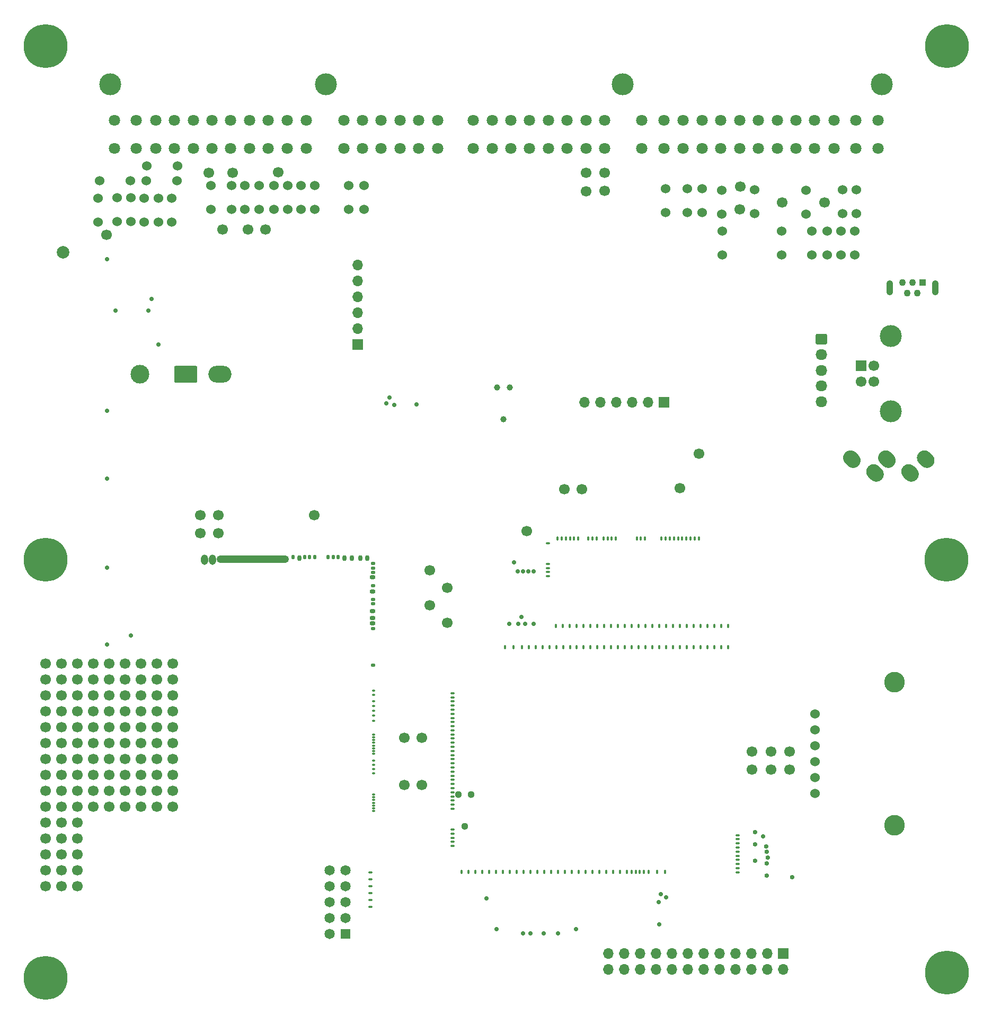
<source format=gbs>
G75*
G70*
%OFA0B0*%
%FSLAX25Y25*%
%IPPOS*%
%LPD*%
%AMOC8*
5,1,8,0,0,1.08239X$1,22.5*
%
%AMM172*
21,1,0.015350,0.009840,-0.000000,-0.000000,180.000000*
21,1,0.000000,0.025200,-0.000000,-0.000000,180.000000*
1,1,0.015350,-0.000000,0.004920*
1,1,0.015350,-0.000000,0.004920*
1,1,0.015350,-0.000000,-0.004920*
1,1,0.015350,-0.000000,-0.004920*
%
%AMM173*
21,1,0.015350,0.009840,-0.000000,-0.000000,270.000000*
21,1,0.000000,0.025200,-0.000000,-0.000000,270.000000*
1,1,0.015350,-0.004920,-0.000000*
1,1,0.015350,-0.004920,-0.000000*
1,1,0.015350,0.004920,-0.000000*
1,1,0.015350,0.004920,-0.000000*
%
%AMM339*
21,1,0.015350,0.009840,-0.000000,0.000000,270.000000*
21,1,0.000000,0.025200,-0.000000,0.000000,270.000000*
1,1,0.015350,-0.004920,0.000000*
1,1,0.015350,-0.004920,0.000000*
1,1,0.015350,0.004920,0.000000*
1,1,0.015350,0.004920,0.000000*
%
%ADD127O,0.04331X0.09449*%
%ADD131C,0.02362*%
%ADD135O,0.02913X0.02126*%
%ADD136C,0.13780*%
%ADD137O,0.04488X0.06457*%
%ADD162O,0.14567X0.10630*%
%ADD167O,0.03150X0.02362*%
%ADD174C,0.04331*%
%ADD192C,0.06693*%
%ADD193C,0.07874*%
%ADD195R,0.06693X0.06693*%
%ADD202C,0.11811*%
%ADD203O,0.03701X0.02913*%
%ADD21O,0.44882X0.04331*%
%ADD214O,0.03937X0.05906*%
%ADD221O,0.02913X0.03701*%
%ADD231C,0.13000*%
%ADD233O,0.45433X0.04882*%
%ADD249C,0.27559*%
%ADD251R,0.06457X0.06457*%
%ADD252R,0.04331X0.04331*%
%ADD261O,0.06693X0.06693*%
%ADD275O,0.07283X0.06693*%
%ADD294C,0.02913*%
%ADD298C,0.04451*%
%ADD30O,0.02126X0.02913*%
%ADD310O,0.01575X0.02362*%
%ADD318O,0.02362X0.03150*%
%ADD334O,0.02362X0.01575*%
%ADD350C,0.07087*%
%ADD354C,0.03900*%
%ADD386M172*%
%ADD387M173*%
%ADD578M339*%
%ADD70C,0.06457*%
%ADD79C,0.06000*%
%ADD92O,0.02126X0.01339*%
%ADD97O,0.01575X0.00787*%
X0000000Y0000000D02*
%LPD*%
G01*
D131*
X0297120Y0070059D03*
X0303321Y0050748D03*
X0353337Y0050784D03*
X0319955Y0048110D03*
X0324581Y0048110D03*
X0333144Y0048110D03*
X0341904Y0048110D03*
D79*
X0501772Y0474783D03*
X0501772Y0489783D03*
X0189073Y0503249D03*
X0189073Y0518249D03*
D192*
X0245285Y0141379D03*
X0245285Y0170915D03*
X0157979Y0490572D03*
D195*
X0408865Y0381911D03*
D261*
X0398865Y0381911D03*
X0388865Y0381911D03*
X0378865Y0381911D03*
X0368865Y0381911D03*
X0358865Y0381911D03*
D192*
X0456503Y0503367D03*
X0079567Y0177549D03*
X0079567Y0187549D03*
X0079567Y0197549D03*
X0079567Y0207549D03*
X0079567Y0217549D03*
X0089567Y0177549D03*
X0089567Y0187549D03*
X0089567Y0197549D03*
X0089567Y0207549D03*
X0089567Y0217549D03*
X0099567Y0177549D03*
X0099567Y0187549D03*
X0099567Y0197549D03*
X0099567Y0207549D03*
X0099567Y0217549D03*
X0359849Y0514785D03*
D79*
X0219987Y0503151D03*
X0219987Y0518151D03*
D192*
X0116936Y0311045D03*
X0049567Y0127549D03*
X0049567Y0137549D03*
X0049567Y0147549D03*
X0049567Y0157549D03*
X0049567Y0167549D03*
X0059567Y0127549D03*
X0059567Y0137549D03*
X0059567Y0147549D03*
X0059567Y0157549D03*
X0059567Y0167549D03*
X0069567Y0127549D03*
X0069567Y0137549D03*
X0069567Y0147549D03*
X0069567Y0157549D03*
X0069567Y0167549D03*
D214*
X0119744Y0282846D03*
X0124688Y0282846D03*
D21*
X0150059Y0283339D03*
D310*
X0175453Y0284520D03*
D318*
X0179291Y0284126D03*
D310*
X0182716Y0284520D03*
X0185591Y0284520D03*
X0189113Y0284520D03*
X0197283Y0284520D03*
X0200826Y0284520D03*
X0203622Y0284520D03*
D318*
X0207638Y0284126D03*
X0212264Y0284126D03*
X0217579Y0284126D03*
X0222205Y0284126D03*
D334*
X0225748Y0280464D03*
X0225748Y0277728D03*
X0225748Y0275050D03*
D167*
X0225374Y0271823D03*
D334*
X0225748Y0266684D03*
D167*
X0225374Y0262866D03*
D334*
X0225748Y0257846D03*
X0225748Y0255287D03*
D167*
X0225374Y0250563D03*
X0225374Y0246331D03*
X0225374Y0242886D03*
D334*
X0225748Y0239638D03*
X0225748Y0216606D03*
D97*
X0226161Y0200642D03*
X0226161Y0198043D03*
X0226161Y0193870D03*
X0226161Y0191098D03*
X0226161Y0187948D03*
X0226161Y0184799D03*
X0226161Y0181665D03*
X0226161Y0173024D03*
X0226161Y0171291D03*
X0226161Y0169559D03*
X0226161Y0167827D03*
X0226161Y0166095D03*
X0226161Y0164362D03*
X0226161Y0162630D03*
X0226161Y0160898D03*
X0226161Y0156469D03*
X0226161Y0153870D03*
X0226161Y0151272D03*
X0226161Y0148673D03*
X0226161Y0135268D03*
X0226161Y0133535D03*
X0226161Y0131803D03*
X0226161Y0130071D03*
X0226161Y0128339D03*
X0226161Y0126606D03*
X0226161Y0124874D03*
D79*
X0123629Y0503249D03*
X0123629Y0518249D03*
X0445184Y0500395D03*
X0445184Y0515395D03*
D192*
X0359849Y0526301D03*
D79*
X0445381Y0474608D03*
X0445381Y0489608D03*
X0172054Y0503249D03*
X0172054Y0518249D03*
X0052721Y0495293D03*
X0052721Y0510293D03*
D136*
X0545831Y0581810D03*
X0060398Y0581810D03*
X0196027Y0581810D03*
X0382642Y0581810D03*
D350*
X0062957Y0541650D03*
X0076727Y0541650D03*
X0088937Y0541650D03*
X0100747Y0541650D03*
X0112557Y0541650D03*
X0124367Y0541650D03*
X0136177Y0541650D03*
X0147987Y0541650D03*
X0159797Y0541650D03*
X0171607Y0541650D03*
X0183817Y0541650D03*
X0062957Y0559370D03*
X0076727Y0559370D03*
X0088937Y0559370D03*
X0100747Y0559370D03*
X0112557Y0559370D03*
X0124367Y0559370D03*
X0136177Y0559370D03*
X0147987Y0559370D03*
X0159797Y0559370D03*
X0171607Y0559370D03*
X0183817Y0559370D03*
X0288744Y0541650D03*
X0300554Y0541650D03*
X0312364Y0541650D03*
X0324174Y0541650D03*
X0335994Y0541650D03*
X0347804Y0541650D03*
X0359614Y0541650D03*
X0371424Y0541650D03*
X0288744Y0559370D03*
X0300554Y0559370D03*
X0312364Y0559370D03*
X0324174Y0559370D03*
X0335994Y0559370D03*
X0347804Y0559370D03*
X0359614Y0559370D03*
X0371424Y0559370D03*
X0394834Y0541650D03*
X0408614Y0541650D03*
X0420834Y0541650D03*
X0432644Y0541650D03*
X0444454Y0541650D03*
X0456264Y0541650D03*
X0468074Y0541650D03*
X0479884Y0541650D03*
X0491694Y0541650D03*
X0503504Y0541650D03*
X0515714Y0541650D03*
X0529494Y0541650D03*
X0543274Y0541650D03*
X0394834Y0559370D03*
X0408614Y0559370D03*
X0420834Y0559370D03*
X0432644Y0559370D03*
X0444454Y0559370D03*
X0456264Y0559370D03*
X0468074Y0559370D03*
X0479884Y0559370D03*
X0491694Y0559370D03*
X0503504Y0559370D03*
X0515714Y0559370D03*
X0529494Y0559370D03*
X0543274Y0559370D03*
X0207248Y0541650D03*
X0219058Y0541650D03*
X0230868Y0541650D03*
X0242678Y0541650D03*
X0254498Y0541650D03*
X0266308Y0541650D03*
X0207248Y0559370D03*
X0219058Y0559370D03*
X0230868Y0559370D03*
X0242678Y0559370D03*
X0254498Y0559370D03*
X0266308Y0559370D03*
D192*
X0166142Y0526694D03*
X0509821Y0507480D03*
X0357192Y0327285D03*
X0128353Y0299627D03*
X0475991Y0162226D03*
D79*
X0210341Y0503249D03*
X0210341Y0518249D03*
D252*
X0571266Y0457403D03*
D174*
X0568117Y0450513D03*
X0564967Y0457403D03*
X0561818Y0450513D03*
X0558668Y0457403D03*
D127*
X0579337Y0453958D03*
X0550597Y0453958D03*
D195*
X0216148Y0418427D03*
D261*
X0216148Y0428427D03*
X0216148Y0438427D03*
X0216148Y0448427D03*
X0216148Y0458427D03*
X0216148Y0468427D03*
D192*
X0475991Y0151064D03*
D195*
X0532743Y0404942D03*
D192*
X0532743Y0395100D03*
X0540617Y0395100D03*
X0540617Y0404942D03*
D136*
X0551286Y0376320D03*
X0551286Y0423722D03*
D192*
X0256349Y0170906D03*
X0487802Y0151064D03*
D131*
X0234091Y0381397D03*
X0236158Y0384842D03*
X0239110Y0380216D03*
X0253087Y0380511D03*
D231*
X0553550Y0205867D03*
X0553550Y0115867D03*
D79*
X0503550Y0185867D03*
X0503550Y0175867D03*
X0503550Y0165867D03*
X0503550Y0155867D03*
X0503550Y0145867D03*
X0503550Y0135867D03*
X0521168Y0515555D03*
X0521168Y0500555D03*
D192*
X0019567Y0177549D03*
X0019567Y0187549D03*
X0019567Y0197549D03*
X0019567Y0207549D03*
X0019567Y0217549D03*
X0029567Y0177549D03*
X0029567Y0187549D03*
X0029567Y0197549D03*
X0029567Y0207549D03*
X0029567Y0217549D03*
X0039567Y0177549D03*
X0039567Y0187549D03*
X0039567Y0197549D03*
X0039567Y0207549D03*
X0039567Y0217549D03*
X0456798Y0517738D03*
X0272448Y0243328D03*
D131*
X0406667Y0072652D03*
X0410112Y0070585D03*
X0405486Y0067632D03*
X0405782Y0053656D03*
D192*
X0116936Y0299627D03*
X0122251Y0526399D03*
D79*
X0090713Y0495273D03*
X0090713Y0510273D03*
D249*
X0019685Y0020079D03*
G36*
G01*
X0223638Y0086788D02*
X0224622Y0086788D01*
G75*
G02*
X0225114Y0086296I0000000J-000492D01*
G01*
X0225114Y0086296D01*
G75*
G02*
X0224622Y0085804I-000492J0000000D01*
G01*
X0223638Y0085804D01*
G75*
G02*
X0223146Y0086296I0000000J0000492D01*
G01*
X0223146Y0086296D01*
G75*
G02*
X0223638Y0086788I0000492J0000000D01*
G01*
G37*
G36*
G01*
X0223638Y0082458D02*
X0224622Y0082458D01*
G75*
G02*
X0225114Y0081965I0000000J-000492D01*
G01*
X0225114Y0081965D01*
G75*
G02*
X0224622Y0081473I-000492J0000000D01*
G01*
X0223638Y0081473D01*
G75*
G02*
X0223146Y0081965I0000000J0000492D01*
G01*
X0223146Y0081965D01*
G75*
G02*
X0223638Y0082458I0000492J0000000D01*
G01*
G37*
G36*
G01*
X0223638Y0078127D02*
X0224622Y0078127D01*
G75*
G02*
X0225114Y0077635I0000000J-000492D01*
G01*
X0225114Y0077635D01*
G75*
G02*
X0224622Y0077143I-000492J0000000D01*
G01*
X0223638Y0077143D01*
G75*
G02*
X0223146Y0077635I0000000J0000492D01*
G01*
X0223146Y0077635D01*
G75*
G02*
X0223638Y0078127I0000492J0000000D01*
G01*
G37*
G36*
G01*
X0223638Y0073796D02*
X0224622Y0073796D01*
G75*
G02*
X0225114Y0073304I0000000J-000492D01*
G01*
X0225114Y0073304D01*
G75*
G02*
X0224622Y0072812I-000492J0000000D01*
G01*
X0223638Y0072812D01*
G75*
G02*
X0223146Y0073304I0000000J0000492D01*
G01*
X0223146Y0073304D01*
G75*
G02*
X0223638Y0073796I0000492J0000000D01*
G01*
G37*
G36*
G01*
X0223638Y0069465D02*
X0224622Y0069465D01*
G75*
G02*
X0225114Y0068973I0000000J-000492D01*
G01*
X0225114Y0068973D01*
G75*
G02*
X0224622Y0068481I-000492J0000000D01*
G01*
X0223638Y0068481D01*
G75*
G02*
X0223146Y0068973I0000000J0000492D01*
G01*
X0223146Y0068973D01*
G75*
G02*
X0223638Y0069465I0000492J0000000D01*
G01*
G37*
G36*
G01*
X0223638Y0065135D02*
X0224622Y0065135D01*
G75*
G02*
X0225114Y0064643I0000000J-000492D01*
G01*
X0225114Y0064643D01*
G75*
G02*
X0224622Y0064151I-000492J0000000D01*
G01*
X0223638Y0064151D01*
G75*
G02*
X0223146Y0064643I0000000J0000492D01*
G01*
X0223146Y0064643D01*
G75*
G02*
X0223638Y0065135I0000492J0000000D01*
G01*
G37*
D192*
X0322492Y0300812D03*
X0487802Y0162226D03*
X0371266Y0514982D03*
X0019567Y0077549D03*
X0019567Y0087549D03*
X0019567Y0097549D03*
X0019567Y0107549D03*
X0019567Y0117549D03*
X0029567Y0077549D03*
X0029567Y0087549D03*
X0029567Y0097549D03*
X0029567Y0107549D03*
X0029567Y0117549D03*
X0039567Y0077549D03*
X0039567Y0087549D03*
X0039567Y0097549D03*
X0039567Y0107549D03*
X0039567Y0117549D03*
G36*
G01*
X0335286Y0273039D02*
X0336270Y0273039D01*
G75*
G02*
X0336762Y0272547I0000000J-000492D01*
G01*
X0336762Y0272547D01*
G75*
G02*
X0336270Y0272054I-000492J0000000D01*
G01*
X0335286Y0272054D01*
G75*
G02*
X0334794Y0272547I0000000J0000492D01*
G01*
X0334794Y0272547D01*
G75*
G02*
X0335286Y0273039I0000492J0000000D01*
G01*
G37*
G36*
G01*
X0335286Y0275637D02*
X0336270Y0275637D01*
G75*
G02*
X0336762Y0275145I0000000J-000492D01*
G01*
X0336762Y0275145D01*
G75*
G02*
X0336270Y0274653I-000492J0000000D01*
G01*
X0335286Y0274653D01*
G75*
G02*
X0334794Y0275145I0000000J0000492D01*
G01*
X0334794Y0275145D01*
G75*
G02*
X0335286Y0275637I0000492J0000000D01*
G01*
G37*
G36*
G01*
X0335286Y0278236D02*
X0336270Y0278236D01*
G75*
G02*
X0336762Y0277743I0000000J-000492D01*
G01*
X0336762Y0277743D01*
G75*
G02*
X0336270Y0277251I-000492J0000000D01*
G01*
X0335286Y0277251D01*
G75*
G02*
X0334794Y0277743I0000000J0000492D01*
G01*
X0334794Y0277743D01*
G75*
G02*
X0335286Y0278236I0000492J0000000D01*
G01*
G37*
G36*
G01*
X0335286Y0280834D02*
X0336270Y0280834D01*
G75*
G02*
X0336762Y0280342I0000000J-000492D01*
G01*
X0336762Y0280342D01*
G75*
G02*
X0336270Y0279850I-000492J0000000D01*
G01*
X0335286Y0279850D01*
G75*
G02*
X0334794Y0280342I0000000J0000492D01*
G01*
X0334794Y0280342D01*
G75*
G02*
X0335286Y0280834I0000492J0000000D01*
G01*
G37*
G36*
G01*
X0335286Y0293826D02*
X0336270Y0293826D01*
G75*
G02*
X0336762Y0293334I0000000J-000492D01*
G01*
X0336762Y0293334D01*
G75*
G02*
X0336270Y0292842I-000492J0000000D01*
G01*
X0335286Y0292842D01*
G75*
G02*
X0334794Y0293334I0000000J0000492D01*
G01*
X0334794Y0293334D01*
G75*
G02*
X0335286Y0293826I0000492J0000000D01*
G01*
G37*
G36*
G01*
X0448554Y0240681D02*
X0448554Y0241665D01*
G75*
G02*
X0449046Y0242158I0000492J0000000D01*
G01*
X0449046Y0242158D01*
G75*
G02*
X0449538Y0241665I0000000J-000492D01*
G01*
X0449538Y0240681D01*
G75*
G02*
X0449046Y0240189I-000492J0000000D01*
G01*
X0449046Y0240189D01*
G75*
G02*
X0448554Y0240681I0000000J0000492D01*
G01*
G37*
G36*
G01*
X0445207Y0241665D02*
X0445207Y0240681D01*
G75*
G02*
X0444715Y0240189I-000492J0000000D01*
G01*
X0444715Y0240189D01*
G75*
G02*
X0444223Y0240681I0000000J0000492D01*
G01*
X0444223Y0241665D01*
G75*
G02*
X0444715Y0242158I0000492J0000000D01*
G01*
X0444715Y0242158D01*
G75*
G02*
X0445207Y0241665I0000000J-000492D01*
G01*
G37*
G36*
G01*
X0440877Y0241665D02*
X0440877Y0240681D01*
G75*
G02*
X0440384Y0240189I-000492J0000000D01*
G01*
X0440384Y0240189D01*
G75*
G02*
X0439892Y0240681I0000000J0000492D01*
G01*
X0439892Y0241665D01*
G75*
G02*
X0440384Y0242158I0000492J0000000D01*
G01*
X0440384Y0242158D01*
G75*
G02*
X0440877Y0241665I0000000J-000492D01*
G01*
G37*
G36*
G01*
X0436546Y0241665D02*
X0436546Y0240681D01*
G75*
G02*
X0436054Y0240189I-000492J0000000D01*
G01*
X0436054Y0240189D01*
G75*
G02*
X0435562Y0240681I0000000J0000492D01*
G01*
X0435562Y0241665D01*
G75*
G02*
X0436054Y0242158I0000492J0000000D01*
G01*
X0436054Y0242158D01*
G75*
G02*
X0436546Y0241665I0000000J-000492D01*
G01*
G37*
G36*
G01*
X0432215Y0241665D02*
X0432215Y0240681D01*
G75*
G02*
X0431723Y0240189I-000492J0000000D01*
G01*
X0431723Y0240189D01*
G75*
G02*
X0431231Y0240681I0000000J0000492D01*
G01*
X0431231Y0241665D01*
G75*
G02*
X0431723Y0242158I0000492J0000000D01*
G01*
X0431723Y0242158D01*
G75*
G02*
X0432215Y0241665I0000000J-000492D01*
G01*
G37*
G36*
G01*
X0427884Y0241665D02*
X0427884Y0240681D01*
G75*
G02*
X0427392Y0240189I-000492J0000000D01*
G01*
X0427392Y0240189D01*
G75*
G02*
X0426900Y0240681I0000000J0000492D01*
G01*
X0426900Y0241665D01*
G75*
G02*
X0427392Y0242158I0000492J0000000D01*
G01*
X0427392Y0242158D01*
G75*
G02*
X0427884Y0241665I0000000J-000492D01*
G01*
G37*
G36*
G01*
X0423554Y0241665D02*
X0423554Y0240681D01*
G75*
G02*
X0423062Y0240189I-000492J0000000D01*
G01*
X0423062Y0240189D01*
G75*
G02*
X0422569Y0240681I0000000J0000492D01*
G01*
X0422569Y0241665D01*
G75*
G02*
X0423062Y0242158I0000492J0000000D01*
G01*
X0423062Y0242158D01*
G75*
G02*
X0423554Y0241665I0000000J-000492D01*
G01*
G37*
G36*
G01*
X0419223Y0241665D02*
X0419223Y0240681D01*
G75*
G02*
X0418731Y0240189I-000492J0000000D01*
G01*
X0418731Y0240189D01*
G75*
G02*
X0418239Y0240681I0000000J0000492D01*
G01*
X0418239Y0241665D01*
G75*
G02*
X0418731Y0242158I0000492J0000000D01*
G01*
X0418731Y0242158D01*
G75*
G02*
X0419223Y0241665I0000000J-000492D01*
G01*
G37*
G36*
G01*
X0414892Y0241665D02*
X0414892Y0240681D01*
G75*
G02*
X0414400Y0240189I-000492J0000000D01*
G01*
X0414400Y0240189D01*
G75*
G02*
X0413908Y0240681I0000000J0000492D01*
G01*
X0413908Y0241665D01*
G75*
G02*
X0414400Y0242158I0000492J0000000D01*
G01*
X0414400Y0242158D01*
G75*
G02*
X0414892Y0241665I0000000J-000492D01*
G01*
G37*
G36*
G01*
X0410562Y0241665D02*
X0410562Y0240681D01*
G75*
G02*
X0410069Y0240189I-000492J0000000D01*
G01*
X0410069Y0240189D01*
G75*
G02*
X0409577Y0240681I0000000J0000492D01*
G01*
X0409577Y0241665D01*
G75*
G02*
X0410069Y0242158I0000492J0000000D01*
G01*
X0410069Y0242158D01*
G75*
G02*
X0410562Y0241665I0000000J-000492D01*
G01*
G37*
G36*
G01*
X0406231Y0241665D02*
X0406231Y0240681D01*
G75*
G02*
X0405739Y0240189I-000492J0000000D01*
G01*
X0405739Y0240189D01*
G75*
G02*
X0405247Y0240681I0000000J0000492D01*
G01*
X0405247Y0241665D01*
G75*
G02*
X0405739Y0242158I0000492J0000000D01*
G01*
X0405739Y0242158D01*
G75*
G02*
X0406231Y0241665I0000000J-000492D01*
G01*
G37*
G36*
G01*
X0401900Y0241665D02*
X0401900Y0240681D01*
G75*
G02*
X0401408Y0240189I-000492J0000000D01*
G01*
X0401408Y0240189D01*
G75*
G02*
X0400916Y0240681I0000000J0000492D01*
G01*
X0400916Y0241665D01*
G75*
G02*
X0401408Y0242158I0000492J0000000D01*
G01*
X0401408Y0242158D01*
G75*
G02*
X0401900Y0241665I0000000J-000492D01*
G01*
G37*
G36*
G01*
X0397570Y0241665D02*
X0397570Y0240681D01*
G75*
G02*
X0397077Y0240189I-000492J0000000D01*
G01*
X0397077Y0240189D01*
G75*
G02*
X0396585Y0240681I0000000J0000492D01*
G01*
X0396585Y0241665D01*
G75*
G02*
X0397077Y0242158I0000492J0000000D01*
G01*
X0397077Y0242158D01*
G75*
G02*
X0397570Y0241665I0000000J-000492D01*
G01*
G37*
G36*
G01*
X0393239Y0241665D02*
X0393239Y0240681D01*
G75*
G02*
X0392747Y0240189I-000492J0000000D01*
G01*
X0392747Y0240189D01*
G75*
G02*
X0392255Y0240681I0000000J0000492D01*
G01*
X0392255Y0241665D01*
G75*
G02*
X0392747Y0242158I0000492J0000000D01*
G01*
X0392747Y0242158D01*
G75*
G02*
X0393239Y0241665I0000000J-000492D01*
G01*
G37*
G36*
G01*
X0388908Y0241665D02*
X0388908Y0240681D01*
G75*
G02*
X0388416Y0240189I-000492J0000000D01*
G01*
X0388416Y0240189D01*
G75*
G02*
X0387924Y0240681I0000000J0000492D01*
G01*
X0387924Y0241665D01*
G75*
G02*
X0388416Y0242158I0000492J0000000D01*
G01*
X0388416Y0242158D01*
G75*
G02*
X0388908Y0241665I0000000J-000492D01*
G01*
G37*
G36*
G01*
X0384577Y0241665D02*
X0384577Y0240681D01*
G75*
G02*
X0384085Y0240189I-000492J0000000D01*
G01*
X0384085Y0240189D01*
G75*
G02*
X0383593Y0240681I0000000J0000492D01*
G01*
X0383593Y0241665D01*
G75*
G02*
X0384085Y0242158I0000492J0000000D01*
G01*
X0384085Y0242158D01*
G75*
G02*
X0384577Y0241665I0000000J-000492D01*
G01*
G37*
G36*
G01*
X0380247Y0241665D02*
X0380247Y0240681D01*
G75*
G02*
X0379755Y0240189I-000492J0000000D01*
G01*
X0379755Y0240189D01*
G75*
G02*
X0379262Y0240681I0000000J0000492D01*
G01*
X0379262Y0241665D01*
G75*
G02*
X0379755Y0242158I0000492J0000000D01*
G01*
X0379755Y0242158D01*
G75*
G02*
X0380247Y0241665I0000000J-000492D01*
G01*
G37*
G36*
G01*
X0375916Y0241665D02*
X0375916Y0240681D01*
G75*
G02*
X0375424Y0240189I-000492J0000000D01*
G01*
X0375424Y0240189D01*
G75*
G02*
X0374932Y0240681I0000000J0000492D01*
G01*
X0374932Y0241665D01*
G75*
G02*
X0375424Y0242158I0000492J0000000D01*
G01*
X0375424Y0242158D01*
G75*
G02*
X0375916Y0241665I0000000J-000492D01*
G01*
G37*
G36*
G01*
X0371585Y0241665D02*
X0371585Y0240681D01*
G75*
G02*
X0371093Y0240189I-000492J0000000D01*
G01*
X0371093Y0240189D01*
G75*
G02*
X0370601Y0240681I0000000J0000492D01*
G01*
X0370601Y0241665D01*
G75*
G02*
X0371093Y0242158I0000492J0000000D01*
G01*
X0371093Y0242158D01*
G75*
G02*
X0371585Y0241665I0000000J-000492D01*
G01*
G37*
G36*
G01*
X0367255Y0241665D02*
X0367255Y0240681D01*
G75*
G02*
X0366762Y0240189I-000492J0000000D01*
G01*
X0366762Y0240189D01*
G75*
G02*
X0366270Y0240681I0000000J0000492D01*
G01*
X0366270Y0241665D01*
G75*
G02*
X0366762Y0242158I0000492J0000000D01*
G01*
X0366762Y0242158D01*
G75*
G02*
X0367255Y0241665I0000000J-000492D01*
G01*
G37*
G36*
G01*
X0362924Y0241665D02*
X0362924Y0240681D01*
G75*
G02*
X0362432Y0240189I-000492J0000000D01*
G01*
X0362432Y0240189D01*
G75*
G02*
X0361940Y0240681I0000000J0000492D01*
G01*
X0361940Y0241665D01*
G75*
G02*
X0362432Y0242158I0000492J0000000D01*
G01*
X0362432Y0242158D01*
G75*
G02*
X0362924Y0241665I0000000J-000492D01*
G01*
G37*
G36*
G01*
X0358593Y0241665D02*
X0358593Y0240681D01*
G75*
G02*
X0358101Y0240189I-000492J0000000D01*
G01*
X0358101Y0240189D01*
G75*
G02*
X0357609Y0240681I0000000J0000492D01*
G01*
X0357609Y0241665D01*
G75*
G02*
X0358101Y0242158I0000492J0000000D01*
G01*
X0358101Y0242158D01*
G75*
G02*
X0358593Y0241665I0000000J-000492D01*
G01*
G37*
G36*
G01*
X0354263Y0241665D02*
X0354263Y0240681D01*
G75*
G02*
X0353770Y0240189I-000492J0000000D01*
G01*
X0353770Y0240189D01*
G75*
G02*
X0353278Y0240681I0000000J0000492D01*
G01*
X0353278Y0241665D01*
G75*
G02*
X0353770Y0242158I0000492J0000000D01*
G01*
X0353770Y0242158D01*
G75*
G02*
X0354263Y0241665I0000000J-000492D01*
G01*
G37*
G36*
G01*
X0349932Y0241665D02*
X0349932Y0240681D01*
G75*
G02*
X0349440Y0240189I-000492J0000000D01*
G01*
X0349440Y0240189D01*
G75*
G02*
X0348948Y0240681I0000000J0000492D01*
G01*
X0348948Y0241665D01*
G75*
G02*
X0349440Y0242158I0000492J0000000D01*
G01*
X0349440Y0242158D01*
G75*
G02*
X0349932Y0241665I0000000J-000492D01*
G01*
G37*
G36*
G01*
X0345601Y0241665D02*
X0345601Y0240681D01*
G75*
G02*
X0345109Y0240189I-000492J0000000D01*
G01*
X0345109Y0240189D01*
G75*
G02*
X0344617Y0240681I0000000J0000492D01*
G01*
X0344617Y0241665D01*
G75*
G02*
X0345109Y0242158I0000492J0000000D01*
G01*
X0345109Y0242158D01*
G75*
G02*
X0345601Y0241665I0000000J-000492D01*
G01*
G37*
G36*
G01*
X0341270Y0241665D02*
X0341270Y0240681D01*
G75*
G02*
X0340778Y0240189I-000492J0000000D01*
G01*
X0340778Y0240189D01*
G75*
G02*
X0340286Y0240681I0000000J0000492D01*
G01*
X0340286Y0241665D01*
G75*
G02*
X0340778Y0242158I0000492J0000000D01*
G01*
X0340778Y0242158D01*
G75*
G02*
X0341270Y0241665I0000000J-000492D01*
G01*
G37*
G36*
G01*
X0342258Y0296634D02*
X0342258Y0295650D01*
G75*
G02*
X0341766Y0295158I-000492J0000000D01*
G01*
X0341766Y0295158D01*
G75*
G02*
X0341274Y0295650I0000000J0000492D01*
G01*
X0341274Y0296634D01*
G75*
G02*
X0341766Y0297126I0000492J0000000D01*
G01*
X0341766Y0297126D01*
G75*
G02*
X0342258Y0296634I0000000J-000492D01*
G01*
G37*
G36*
G01*
X0344857Y0296634D02*
X0344857Y0295650D01*
G75*
G02*
X0344365Y0295158I-000492J0000000D01*
G01*
X0344365Y0295158D01*
G75*
G02*
X0343873Y0295650I0000000J0000492D01*
G01*
X0343873Y0296634D01*
G75*
G02*
X0344365Y0297126I0000492J0000000D01*
G01*
X0344365Y0297126D01*
G75*
G02*
X0344857Y0296634I0000000J-000492D01*
G01*
G37*
G36*
G01*
X0347455Y0296634D02*
X0347455Y0295650D01*
G75*
G02*
X0346963Y0295158I-000492J0000000D01*
G01*
X0346963Y0295158D01*
G75*
G02*
X0346471Y0295650I0000000J0000492D01*
G01*
X0346471Y0296634D01*
G75*
G02*
X0346963Y0297126I0000492J0000000D01*
G01*
X0346963Y0297126D01*
G75*
G02*
X0347455Y0296634I0000000J-000492D01*
G01*
G37*
G36*
G01*
X0350054Y0296634D02*
X0350054Y0295650D01*
G75*
G02*
X0349562Y0295158I-000492J0000000D01*
G01*
X0349562Y0295158D01*
G75*
G02*
X0349069Y0295650I0000000J0000492D01*
G01*
X0349069Y0296634D01*
G75*
G02*
X0349562Y0297126I0000492J0000000D01*
G01*
X0349562Y0297126D01*
G75*
G02*
X0350054Y0296634I0000000J-000492D01*
G01*
G37*
G36*
G01*
X0352652Y0296634D02*
X0352652Y0295650D01*
G75*
G02*
X0352160Y0295158I-000492J0000000D01*
G01*
X0352160Y0295158D01*
G75*
G02*
X0351668Y0295650I0000000J0000492D01*
G01*
X0351668Y0296634D01*
G75*
G02*
X0352160Y0297126I0000492J0000000D01*
G01*
X0352160Y0297126D01*
G75*
G02*
X0352652Y0296634I0000000J-000492D01*
G01*
G37*
G36*
G01*
X0355251Y0296634D02*
X0355251Y0295650D01*
G75*
G02*
X0354758Y0295158I-000492J0000000D01*
G01*
X0354758Y0295158D01*
G75*
G02*
X0354266Y0295650I0000000J0000492D01*
G01*
X0354266Y0296634D01*
G75*
G02*
X0354758Y0297126I0000492J0000000D01*
G01*
X0354758Y0297126D01*
G75*
G02*
X0355251Y0296634I0000000J-000492D01*
G01*
G37*
G36*
G01*
X0361554Y0296634D02*
X0361554Y0295650D01*
G75*
G02*
X0361062Y0295158I-000492J0000000D01*
G01*
X0361062Y0295158D01*
G75*
G02*
X0360569Y0295650I0000000J0000492D01*
G01*
X0360569Y0296634D01*
G75*
G02*
X0361062Y0297126I0000492J0000000D01*
G01*
X0361062Y0297126D01*
G75*
G02*
X0361554Y0296634I0000000J-000492D01*
G01*
G37*
G36*
G01*
X0364152Y0296634D02*
X0364152Y0295650D01*
G75*
G02*
X0363660Y0295158I-000492J0000000D01*
G01*
X0363660Y0295158D01*
G75*
G02*
X0363168Y0295650I0000000J0000492D01*
G01*
X0363168Y0296634D01*
G75*
G02*
X0363660Y0297126I0000492J0000000D01*
G01*
X0363660Y0297126D01*
G75*
G02*
X0364152Y0296634I0000000J-000492D01*
G01*
G37*
G36*
G01*
X0366751Y0296634D02*
X0366751Y0295650D01*
G75*
G02*
X0366258Y0295158I-000492J0000000D01*
G01*
X0366258Y0295158D01*
G75*
G02*
X0365766Y0295650I0000000J0000492D01*
G01*
X0365766Y0296634D01*
G75*
G02*
X0366258Y0297126I0000492J0000000D01*
G01*
X0366258Y0297126D01*
G75*
G02*
X0366751Y0296634I0000000J-000492D01*
G01*
G37*
G36*
G01*
X0371164Y0296634D02*
X0371164Y0295650D01*
G75*
G02*
X0370671Y0295158I-000492J0000000D01*
G01*
X0370671Y0295158D01*
G75*
G02*
X0370179Y0295650I0000000J0000492D01*
G01*
X0370179Y0296634D01*
G75*
G02*
X0370671Y0297126I0000492J0000000D01*
G01*
X0370671Y0297126D01*
G75*
G02*
X0371164Y0296634I0000000J-000492D01*
G01*
G37*
G36*
G01*
X0373762Y0296634D02*
X0373762Y0295650D01*
G75*
G02*
X0373270Y0295158I-000492J0000000D01*
G01*
X0373270Y0295158D01*
G75*
G02*
X0372778Y0295650I0000000J0000492D01*
G01*
X0372778Y0296634D01*
G75*
G02*
X0373270Y0297126I0000492J0000000D01*
G01*
X0373270Y0297126D01*
G75*
G02*
X0373762Y0296634I0000000J-000492D01*
G01*
G37*
G36*
G01*
X0376360Y0296634D02*
X0376360Y0295650D01*
G75*
G02*
X0375868Y0295158I-000492J0000000D01*
G01*
X0375868Y0295158D01*
G75*
G02*
X0375376Y0295650I0000000J0000492D01*
G01*
X0375376Y0296634D01*
G75*
G02*
X0375868Y0297126I0000492J0000000D01*
G01*
X0375868Y0297126D01*
G75*
G02*
X0376360Y0296634I0000000J-000492D01*
G01*
G37*
G36*
G01*
X0378959Y0296634D02*
X0378959Y0295650D01*
G75*
G02*
X0378467Y0295158I-000492J0000000D01*
G01*
X0378467Y0295158D01*
G75*
G02*
X0377975Y0295650I0000000J0000492D01*
G01*
X0377975Y0296634D01*
G75*
G02*
X0378467Y0297126I0000492J0000000D01*
G01*
X0378467Y0297126D01*
G75*
G02*
X0378959Y0296634I0000000J-000492D01*
G01*
G37*
G36*
G01*
X0392054Y0296634D02*
X0392054Y0295650D01*
G75*
G02*
X0391562Y0295158I-000492J0000000D01*
G01*
X0391562Y0295158D01*
G75*
G02*
X0391069Y0295650I0000000J0000492D01*
G01*
X0391069Y0296634D01*
G75*
G02*
X0391562Y0297126I0000492J0000000D01*
G01*
X0391562Y0297126D01*
G75*
G02*
X0392054Y0296634I0000000J-000492D01*
G01*
G37*
G36*
G01*
X0394652Y0296634D02*
X0394652Y0295650D01*
G75*
G02*
X0394160Y0295158I-000492J0000000D01*
G01*
X0394160Y0295158D01*
G75*
G02*
X0393668Y0295650I0000000J0000492D01*
G01*
X0393668Y0296634D01*
G75*
G02*
X0394160Y0297126I0000492J0000000D01*
G01*
X0394160Y0297126D01*
G75*
G02*
X0394652Y0296634I0000000J-000492D01*
G01*
G37*
G36*
G01*
X0397251Y0296634D02*
X0397251Y0295650D01*
G75*
G02*
X0396758Y0295158I-000492J0000000D01*
G01*
X0396758Y0295158D01*
G75*
G02*
X0396266Y0295650I0000000J0000492D01*
G01*
X0396266Y0296634D01*
G75*
G02*
X0396758Y0297126I0000492J0000000D01*
G01*
X0396758Y0297126D01*
G75*
G02*
X0397251Y0296634I0000000J-000492D01*
G01*
G37*
G36*
G01*
X0407668Y0296634D02*
X0407668Y0295650D01*
G75*
G02*
X0407176Y0295158I-000492J0000000D01*
G01*
X0407176Y0295158D01*
G75*
G02*
X0406684Y0295650I0000000J0000492D01*
G01*
X0406684Y0296634D01*
G75*
G02*
X0407176Y0297126I0000492J0000000D01*
G01*
X0407176Y0297126D01*
G75*
G02*
X0407668Y0296634I0000000J-000492D01*
G01*
G37*
G36*
G01*
X0410266Y0296634D02*
X0410266Y0295650D01*
G75*
G02*
X0409774Y0295158I-000492J0000000D01*
G01*
X0409774Y0295158D01*
G75*
G02*
X0409282Y0295650I0000000J0000492D01*
G01*
X0409282Y0296634D01*
G75*
G02*
X0409774Y0297126I0000492J0000000D01*
G01*
X0409774Y0297126D01*
G75*
G02*
X0410266Y0296634I0000000J-000492D01*
G01*
G37*
G36*
G01*
X0412865Y0296634D02*
X0412865Y0295650D01*
G75*
G02*
X0412373Y0295158I-000492J0000000D01*
G01*
X0412373Y0295158D01*
G75*
G02*
X0411880Y0295650I0000000J0000492D01*
G01*
X0411880Y0296634D01*
G75*
G02*
X0412373Y0297126I0000492J0000000D01*
G01*
X0412373Y0297126D01*
G75*
G02*
X0412865Y0296634I0000000J-000492D01*
G01*
G37*
G36*
G01*
X0415463Y0296634D02*
X0415463Y0295650D01*
G75*
G02*
X0414971Y0295158I-000492J0000000D01*
G01*
X0414971Y0295158D01*
G75*
G02*
X0414479Y0295650I0000000J0000492D01*
G01*
X0414479Y0296634D01*
G75*
G02*
X0414971Y0297126I0000492J0000000D01*
G01*
X0414971Y0297126D01*
G75*
G02*
X0415463Y0296634I0000000J-000492D01*
G01*
G37*
G36*
G01*
X0418062Y0296634D02*
X0418062Y0295650D01*
G75*
G02*
X0417569Y0295158I-000492J0000000D01*
G01*
X0417569Y0295158D01*
G75*
G02*
X0417077Y0295650I0000000J0000492D01*
G01*
X0417077Y0296634D01*
G75*
G02*
X0417569Y0297126I0000492J0000000D01*
G01*
X0417569Y0297126D01*
G75*
G02*
X0418062Y0296634I0000000J-000492D01*
G01*
G37*
G36*
G01*
X0420660Y0296634D02*
X0420660Y0295650D01*
G75*
G02*
X0420168Y0295158I-000492J0000000D01*
G01*
X0420168Y0295158D01*
G75*
G02*
X0419676Y0295650I0000000J0000492D01*
G01*
X0419676Y0296634D01*
G75*
G02*
X0420168Y0297126I0000492J0000000D01*
G01*
X0420168Y0297126D01*
G75*
G02*
X0420660Y0296634I0000000J-000492D01*
G01*
G37*
G36*
G01*
X0423258Y0296634D02*
X0423258Y0295650D01*
G75*
G02*
X0422766Y0295158I-000492J0000000D01*
G01*
X0422766Y0295158D01*
G75*
G02*
X0422274Y0295650I0000000J0000492D01*
G01*
X0422274Y0296634D01*
G75*
G02*
X0422766Y0297126I0000492J0000000D01*
G01*
X0422766Y0297126D01*
G75*
G02*
X0423258Y0296634I0000000J-000492D01*
G01*
G37*
G36*
G01*
X0425857Y0296634D02*
X0425857Y0295650D01*
G75*
G02*
X0425365Y0295158I-000492J0000000D01*
G01*
X0425365Y0295158D01*
G75*
G02*
X0424873Y0295650I0000000J0000492D01*
G01*
X0424873Y0296634D01*
G75*
G02*
X0425365Y0297126I0000492J0000000D01*
G01*
X0425365Y0297126D01*
G75*
G02*
X0425857Y0296634I0000000J-000492D01*
G01*
G37*
G36*
G01*
X0428455Y0296634D02*
X0428455Y0295650D01*
G75*
G02*
X0427963Y0295158I-000492J0000000D01*
G01*
X0427963Y0295158D01*
G75*
G02*
X0427471Y0295650I0000000J0000492D01*
G01*
X0427471Y0296634D01*
G75*
G02*
X0427963Y0297126I0000492J0000000D01*
G01*
X0427963Y0297126D01*
G75*
G02*
X0428455Y0296634I0000000J-000492D01*
G01*
G37*
G36*
G01*
X0431054Y0296634D02*
X0431054Y0295650D01*
G75*
G02*
X0430562Y0295158I-000492J0000000D01*
G01*
X0430562Y0295158D01*
G75*
G02*
X0430069Y0295650I0000000J0000492D01*
G01*
X0430069Y0296634D01*
G75*
G02*
X0430562Y0297126I0000492J0000000D01*
G01*
X0430562Y0297126D01*
G75*
G02*
X0431054Y0296634I0000000J-000492D01*
G01*
G37*
D79*
X0064729Y0495569D03*
X0064729Y0510569D03*
X0498130Y0500177D03*
X0498130Y0515177D03*
G36*
G01*
X0275360Y0103401D02*
X0276345Y0103401D01*
G75*
G02*
X0276837Y0102909I0000000J-000492D01*
G01*
X0276837Y0102909D01*
G75*
G02*
X0276345Y0102417I-000492J0000000D01*
G01*
X0275360Y0102417D01*
G75*
G02*
X0274868Y0102909I0000000J0000492D01*
G01*
X0274868Y0102909D01*
G75*
G02*
X0275360Y0103401I0000492J0000000D01*
G01*
G37*
G36*
G01*
X0276345Y0105015D02*
X0275360Y0105015D01*
G75*
G02*
X0274868Y0105507I0000000J0000492D01*
G01*
X0274868Y0105507D01*
G75*
G02*
X0275360Y0105999I0000492J0000000D01*
G01*
X0276345Y0105999D01*
G75*
G02*
X0276837Y0105507I0000000J-000492D01*
G01*
X0276837Y0105507D01*
G75*
G02*
X0276345Y0105015I-000492J0000000D01*
G01*
G37*
G36*
G01*
X0276345Y0107614D02*
X0275360Y0107614D01*
G75*
G02*
X0274868Y0108106I0000000J0000492D01*
G01*
X0274868Y0108106D01*
G75*
G02*
X0275360Y0108598I0000492J0000000D01*
G01*
X0276345Y0108598D01*
G75*
G02*
X0276837Y0108106I0000000J-000492D01*
G01*
X0276837Y0108106D01*
G75*
G02*
X0276345Y0107614I-000492J0000000D01*
G01*
G37*
G36*
G01*
X0276345Y0110212D02*
X0275360Y0110212D01*
G75*
G02*
X0274868Y0110704I0000000J0000492D01*
G01*
X0274868Y0110704D01*
G75*
G02*
X0275360Y0111196I0000492J0000000D01*
G01*
X0276345Y0111196D01*
G75*
G02*
X0276837Y0110704I0000000J-000492D01*
G01*
X0276837Y0110704D01*
G75*
G02*
X0276345Y0110212I-000492J0000000D01*
G01*
G37*
G36*
G01*
X0276345Y0112810D02*
X0275360Y0112810D01*
G75*
G02*
X0274868Y0113303I0000000J0000492D01*
G01*
X0274868Y0113303D01*
G75*
G02*
X0275360Y0113795I0000492J0000000D01*
G01*
X0276345Y0113795D01*
G75*
G02*
X0276837Y0113303I0000000J-000492D01*
G01*
X0276837Y0113303D01*
G75*
G02*
X0276345Y0112810I-000492J0000000D01*
G01*
G37*
G36*
G01*
X0276345Y0125803D02*
X0275360Y0125803D01*
G75*
G02*
X0274868Y0126295I0000000J0000492D01*
G01*
X0274868Y0126295D01*
G75*
G02*
X0275360Y0126787I0000492J0000000D01*
G01*
X0276345Y0126787D01*
G75*
G02*
X0276837Y0126295I0000000J-000492D01*
G01*
X0276837Y0126295D01*
G75*
G02*
X0276345Y0125803I-000492J0000000D01*
G01*
G37*
G36*
G01*
X0276345Y0128401D02*
X0275360Y0128401D01*
G75*
G02*
X0274868Y0128893I0000000J0000492D01*
G01*
X0274868Y0128893D01*
G75*
G02*
X0275360Y0129385I0000492J0000000D01*
G01*
X0276345Y0129385D01*
G75*
G02*
X0276837Y0128893I0000000J-000492D01*
G01*
X0276837Y0128893D01*
G75*
G02*
X0276345Y0128401I-000492J0000000D01*
G01*
G37*
G36*
G01*
X0276345Y0130999D02*
X0275360Y0130999D01*
G75*
G02*
X0274868Y0131492I0000000J0000492D01*
G01*
X0274868Y0131492D01*
G75*
G02*
X0275360Y0131984I0000492J0000000D01*
G01*
X0276345Y0131984D01*
G75*
G02*
X0276837Y0131492I0000000J-000492D01*
G01*
X0276837Y0131492D01*
G75*
G02*
X0276345Y0130999I-000492J0000000D01*
G01*
G37*
G36*
G01*
X0276345Y0133598D02*
X0275360Y0133598D01*
G75*
G02*
X0274868Y0134090I0000000J0000492D01*
G01*
X0274868Y0134090D01*
G75*
G02*
X0275360Y0134582I0000492J0000000D01*
G01*
X0276345Y0134582D01*
G75*
G02*
X0276837Y0134090I0000000J-000492D01*
G01*
X0276837Y0134090D01*
G75*
G02*
X0276345Y0133598I-000492J0000000D01*
G01*
G37*
G36*
G01*
X0276345Y0136196D02*
X0275360Y0136196D01*
G75*
G02*
X0274868Y0136688I0000000J0000492D01*
G01*
X0274868Y0136688D01*
G75*
G02*
X0275360Y0137181I0000492J0000000D01*
G01*
X0276345Y0137181D01*
G75*
G02*
X0276837Y0136688I0000000J-000492D01*
G01*
X0276837Y0136688D01*
G75*
G02*
X0276345Y0136196I-000492J0000000D01*
G01*
G37*
G36*
G01*
X0276345Y0138795D02*
X0275360Y0138795D01*
G75*
G02*
X0274868Y0139287I0000000J0000492D01*
G01*
X0274868Y0139287D01*
G75*
G02*
X0275360Y0139779I0000492J0000000D01*
G01*
X0276345Y0139779D01*
G75*
G02*
X0276837Y0139287I0000000J-000492D01*
G01*
X0276837Y0139287D01*
G75*
G02*
X0276345Y0138795I-000492J0000000D01*
G01*
G37*
G36*
G01*
X0276345Y0141393D02*
X0275360Y0141393D01*
G75*
G02*
X0274868Y0141885I0000000J0000492D01*
G01*
X0274868Y0141885D01*
G75*
G02*
X0275360Y0142377I0000492J0000000D01*
G01*
X0276345Y0142377D01*
G75*
G02*
X0276837Y0141885I0000000J-000492D01*
G01*
X0276837Y0141885D01*
G75*
G02*
X0276345Y0141393I-000492J0000000D01*
G01*
G37*
G36*
G01*
X0276345Y0143992D02*
X0275360Y0143992D01*
G75*
G02*
X0274868Y0144484I0000000J0000492D01*
G01*
X0274868Y0144484D01*
G75*
G02*
X0275360Y0144976I0000492J0000000D01*
G01*
X0276345Y0144976D01*
G75*
G02*
X0276837Y0144484I0000000J-000492D01*
G01*
X0276837Y0144484D01*
G75*
G02*
X0276345Y0143992I-000492J0000000D01*
G01*
G37*
G36*
G01*
X0276345Y0146590D02*
X0275360Y0146590D01*
G75*
G02*
X0274868Y0147082I0000000J0000492D01*
G01*
X0274868Y0147082D01*
G75*
G02*
X0275360Y0147574I0000492J0000000D01*
G01*
X0276345Y0147574D01*
G75*
G02*
X0276837Y0147082I0000000J-000492D01*
G01*
X0276837Y0147082D01*
G75*
G02*
X0276345Y0146590I-000492J0000000D01*
G01*
G37*
G36*
G01*
X0276345Y0149188D02*
X0275360Y0149188D01*
G75*
G02*
X0274868Y0149681I0000000J0000492D01*
G01*
X0274868Y0149681D01*
G75*
G02*
X0275360Y0150173I0000492J0000000D01*
G01*
X0276345Y0150173D01*
G75*
G02*
X0276837Y0149681I0000000J-000492D01*
G01*
X0276837Y0149681D01*
G75*
G02*
X0276345Y0149188I-000492J0000000D01*
G01*
G37*
G36*
G01*
X0276345Y0151787D02*
X0275360Y0151787D01*
G75*
G02*
X0274868Y0152279I0000000J0000492D01*
G01*
X0274868Y0152279D01*
G75*
G02*
X0275360Y0152771I0000492J0000000D01*
G01*
X0276345Y0152771D01*
G75*
G02*
X0276837Y0152279I0000000J-000492D01*
G01*
X0276837Y0152279D01*
G75*
G02*
X0276345Y0151787I-000492J0000000D01*
G01*
G37*
G36*
G01*
X0276345Y0154385D02*
X0275360Y0154385D01*
G75*
G02*
X0274868Y0154877I0000000J0000492D01*
G01*
X0274868Y0154877D01*
G75*
G02*
X0275360Y0155369I0000492J0000000D01*
G01*
X0276345Y0155369D01*
G75*
G02*
X0276837Y0154877I0000000J-000492D01*
G01*
X0276837Y0154877D01*
G75*
G02*
X0276345Y0154385I-000492J0000000D01*
G01*
G37*
G36*
G01*
X0276345Y0156984D02*
X0275360Y0156984D01*
G75*
G02*
X0274868Y0157476I0000000J0000492D01*
G01*
X0274868Y0157476D01*
G75*
G02*
X0275360Y0157968I0000492J0000000D01*
G01*
X0276345Y0157968D01*
G75*
G02*
X0276837Y0157476I0000000J-000492D01*
G01*
X0276837Y0157476D01*
G75*
G02*
X0276345Y0156984I-000492J0000000D01*
G01*
G37*
G36*
G01*
X0276345Y0159582D02*
X0275360Y0159582D01*
G75*
G02*
X0274868Y0160074I0000000J0000492D01*
G01*
X0274868Y0160074D01*
G75*
G02*
X0275360Y0160566I0000492J0000000D01*
G01*
X0276345Y0160566D01*
G75*
G02*
X0276837Y0160074I0000000J-000492D01*
G01*
X0276837Y0160074D01*
G75*
G02*
X0276345Y0159582I-000492J0000000D01*
G01*
G37*
G36*
G01*
X0276345Y0162181D02*
X0275360Y0162181D01*
G75*
G02*
X0274868Y0162673I0000000J0000492D01*
G01*
X0274868Y0162673D01*
G75*
G02*
X0275360Y0163165I0000492J0000000D01*
G01*
X0276345Y0163165D01*
G75*
G02*
X0276837Y0162673I0000000J-000492D01*
G01*
X0276837Y0162673D01*
G75*
G02*
X0276345Y0162181I-000492J0000000D01*
G01*
G37*
G36*
G01*
X0276345Y0164779D02*
X0275360Y0164779D01*
G75*
G02*
X0274868Y0165271I0000000J0000492D01*
G01*
X0274868Y0165271D01*
G75*
G02*
X0275360Y0165763I0000492J0000000D01*
G01*
X0276345Y0165763D01*
G75*
G02*
X0276837Y0165271I0000000J-000492D01*
G01*
X0276837Y0165271D01*
G75*
G02*
X0276345Y0164779I-000492J0000000D01*
G01*
G37*
G36*
G01*
X0276345Y0167377D02*
X0275360Y0167377D01*
G75*
G02*
X0274868Y0167869I0000000J0000492D01*
G01*
X0274868Y0167869D01*
G75*
G02*
X0275360Y0168362I0000492J0000000D01*
G01*
X0276345Y0168362D01*
G75*
G02*
X0276837Y0167869I0000000J-000492D01*
G01*
X0276837Y0167869D01*
G75*
G02*
X0276345Y0167377I-000492J0000000D01*
G01*
G37*
G36*
G01*
X0276345Y0169976D02*
X0275360Y0169976D01*
G75*
G02*
X0274868Y0170468I0000000J0000492D01*
G01*
X0274868Y0170468D01*
G75*
G02*
X0275360Y0170960I0000492J0000000D01*
G01*
X0276345Y0170960D01*
G75*
G02*
X0276837Y0170468I0000000J-000492D01*
G01*
X0276837Y0170468D01*
G75*
G02*
X0276345Y0169976I-000492J0000000D01*
G01*
G37*
G36*
G01*
X0276345Y0172574D02*
X0275360Y0172574D01*
G75*
G02*
X0274868Y0173066I0000000J0000492D01*
G01*
X0274868Y0173066D01*
G75*
G02*
X0275360Y0173558I0000492J0000000D01*
G01*
X0276345Y0173558D01*
G75*
G02*
X0276837Y0173066I0000000J-000492D01*
G01*
X0276837Y0173066D01*
G75*
G02*
X0276345Y0172574I-000492J0000000D01*
G01*
G37*
G36*
G01*
X0276345Y0175173D02*
X0275360Y0175173D01*
G75*
G02*
X0274868Y0175665I0000000J0000492D01*
G01*
X0274868Y0175665D01*
G75*
G02*
X0275360Y0176157I0000492J0000000D01*
G01*
X0276345Y0176157D01*
G75*
G02*
X0276837Y0175665I0000000J-000492D01*
G01*
X0276837Y0175665D01*
G75*
G02*
X0276345Y0175173I-000492J0000000D01*
G01*
G37*
G36*
G01*
X0276345Y0177771D02*
X0275360Y0177771D01*
G75*
G02*
X0274868Y0178263I0000000J0000492D01*
G01*
X0274868Y0178263D01*
G75*
G02*
X0275360Y0178755I0000492J0000000D01*
G01*
X0276345Y0178755D01*
G75*
G02*
X0276837Y0178263I0000000J-000492D01*
G01*
X0276837Y0178263D01*
G75*
G02*
X0276345Y0177771I-000492J0000000D01*
G01*
G37*
G36*
G01*
X0276345Y0180369D02*
X0275360Y0180369D01*
G75*
G02*
X0274868Y0180862I0000000J0000492D01*
G01*
X0274868Y0180862D01*
G75*
G02*
X0275360Y0181354I0000492J0000000D01*
G01*
X0276345Y0181354D01*
G75*
G02*
X0276837Y0180862I0000000J-000492D01*
G01*
X0276837Y0180862D01*
G75*
G02*
X0276345Y0180369I-000492J0000000D01*
G01*
G37*
G36*
G01*
X0276345Y0182968D02*
X0275360Y0182968D01*
G75*
G02*
X0274868Y0183460I0000000J0000492D01*
G01*
X0274868Y0183460D01*
G75*
G02*
X0275360Y0183952I0000492J0000000D01*
G01*
X0276345Y0183952D01*
G75*
G02*
X0276837Y0183460I0000000J-000492D01*
G01*
X0276837Y0183460D01*
G75*
G02*
X0276345Y0182968I-000492J0000000D01*
G01*
G37*
G36*
G01*
X0276345Y0185566D02*
X0275360Y0185566D01*
G75*
G02*
X0274868Y0186058I0000000J0000492D01*
G01*
X0274868Y0186058D01*
G75*
G02*
X0275360Y0186551I0000492J0000000D01*
G01*
X0276345Y0186551D01*
G75*
G02*
X0276837Y0186058I0000000J-000492D01*
G01*
X0276837Y0186058D01*
G75*
G02*
X0276345Y0185566I-000492J0000000D01*
G01*
G37*
G36*
G01*
X0276345Y0188165D02*
X0275360Y0188165D01*
G75*
G02*
X0274868Y0188657I0000000J0000492D01*
G01*
X0274868Y0188657D01*
G75*
G02*
X0275360Y0189149I0000492J0000000D01*
G01*
X0276345Y0189149D01*
G75*
G02*
X0276837Y0188657I0000000J-000492D01*
G01*
X0276837Y0188657D01*
G75*
G02*
X0276345Y0188165I-000492J0000000D01*
G01*
G37*
G36*
G01*
X0276345Y0190763D02*
X0275360Y0190763D01*
G75*
G02*
X0274868Y0191255I0000000J0000492D01*
G01*
X0274868Y0191255D01*
G75*
G02*
X0275360Y0191747I0000492J0000000D01*
G01*
X0276345Y0191747D01*
G75*
G02*
X0276837Y0191255I0000000J-000492D01*
G01*
X0276837Y0191255D01*
G75*
G02*
X0276345Y0190763I-000492J0000000D01*
G01*
G37*
G36*
G01*
X0276345Y0193362D02*
X0275360Y0193362D01*
G75*
G02*
X0274868Y0193854I0000000J0000492D01*
G01*
X0274868Y0193854D01*
G75*
G02*
X0275360Y0194346I0000492J0000000D01*
G01*
X0276345Y0194346D01*
G75*
G02*
X0276837Y0193854I0000000J-000492D01*
G01*
X0276837Y0193854D01*
G75*
G02*
X0276345Y0193362I-000492J0000000D01*
G01*
G37*
G36*
G01*
X0276345Y0195960D02*
X0275360Y0195960D01*
G75*
G02*
X0274868Y0196452I0000000J0000492D01*
G01*
X0274868Y0196452D01*
G75*
G02*
X0275360Y0196944I0000492J0000000D01*
G01*
X0276345Y0196944D01*
G75*
G02*
X0276837Y0196452I0000000J-000492D01*
G01*
X0276837Y0196452D01*
G75*
G02*
X0276345Y0195960I-000492J0000000D01*
G01*
G37*
G36*
G01*
X0276345Y0198558D02*
X0275360Y0198558D01*
G75*
G02*
X0274868Y0199051I0000000J0000492D01*
G01*
X0274868Y0199051D01*
G75*
G02*
X0275360Y0199543I0000492J0000000D01*
G01*
X0276345Y0199543D01*
G75*
G02*
X0276837Y0199051I0000000J-000492D01*
G01*
X0276837Y0199051D01*
G75*
G02*
X0276345Y0198558I-000492J0000000D01*
G01*
G37*
G36*
G01*
X0409010Y0086169D02*
X0409010Y0087153D01*
G75*
G02*
X0409502Y0087645I0000492J0000000D01*
G01*
X0409502Y0087645D01*
G75*
G02*
X0409994Y0087153I0000000J-000492D01*
G01*
X0409994Y0086169D01*
G75*
G02*
X0409502Y0085677I-000492J0000000D01*
G01*
X0409502Y0085677D01*
G75*
G02*
X0409010Y0086169I0000000J0000492D01*
G01*
G37*
G36*
G01*
X0404797Y0087153D02*
X0404797Y0086169D01*
G75*
G02*
X0404305Y0085677I-000492J0000000D01*
G01*
X0404305Y0085677D01*
G75*
G02*
X0403813Y0086169I0000000J0000492D01*
G01*
X0403813Y0087153D01*
G75*
G02*
X0404305Y0087645I0000492J0000000D01*
G01*
X0404305Y0087645D01*
G75*
G02*
X0404797Y0087153I0000000J-000492D01*
G01*
G37*
G36*
G01*
X0399601Y0087153D02*
X0399601Y0086169D01*
G75*
G02*
X0399108Y0085677I-000492J0000000D01*
G01*
X0399108Y0085677D01*
G75*
G02*
X0398616Y0086169I0000000J0000492D01*
G01*
X0398616Y0087153D01*
G75*
G02*
X0399108Y0087645I0000492J0000000D01*
G01*
X0399108Y0087645D01*
G75*
G02*
X0399601Y0087153I0000000J-000492D01*
G01*
G37*
G36*
G01*
X0396608Y0087153D02*
X0396608Y0086169D01*
G75*
G02*
X0396116Y0085677I-000492J0000000D01*
G01*
X0396116Y0085677D01*
G75*
G02*
X0395624Y0086169I0000000J0000492D01*
G01*
X0395624Y0087153D01*
G75*
G02*
X0396116Y0087645I0000492J0000000D01*
G01*
X0396116Y0087645D01*
G75*
G02*
X0396608Y0087153I0000000J-000492D01*
G01*
G37*
G36*
G01*
X0393990Y0087153D02*
X0393990Y0086169D01*
G75*
G02*
X0393498Y0085677I-000492J0000000D01*
G01*
X0393498Y0085677D01*
G75*
G02*
X0393006Y0086169I0000000J0000492D01*
G01*
X0393006Y0087153D01*
G75*
G02*
X0393498Y0087645I0000492J0000000D01*
G01*
X0393498Y0087645D01*
G75*
G02*
X0393990Y0087153I0000000J-000492D01*
G01*
G37*
G36*
G01*
X0391372Y0087153D02*
X0391372Y0086169D01*
G75*
G02*
X0390880Y0085677I-000492J0000000D01*
G01*
X0390880Y0085677D01*
G75*
G02*
X0390388Y0086169I0000000J0000492D01*
G01*
X0390388Y0087153D01*
G75*
G02*
X0390880Y0087645I0000492J0000000D01*
G01*
X0390880Y0087645D01*
G75*
G02*
X0391372Y0087153I0000000J-000492D01*
G01*
G37*
G36*
G01*
X0388754Y0087153D02*
X0388754Y0086169D01*
G75*
G02*
X0388262Y0085677I-000492J0000000D01*
G01*
X0388262Y0085677D01*
G75*
G02*
X0387770Y0086169I0000000J0000492D01*
G01*
X0387770Y0087153D01*
G75*
G02*
X0388262Y0087645I0000492J0000000D01*
G01*
X0388262Y0087645D01*
G75*
G02*
X0388754Y0087153I0000000J-000492D01*
G01*
G37*
G36*
G01*
X0385703Y0087153D02*
X0385703Y0086169D01*
G75*
G02*
X0385211Y0085677I-000492J0000000D01*
G01*
X0385211Y0085677D01*
G75*
G02*
X0384719Y0086169I0000000J0000492D01*
G01*
X0384719Y0087153D01*
G75*
G02*
X0385211Y0087645I0000492J0000000D01*
G01*
X0385211Y0087645D01*
G75*
G02*
X0385703Y0087153I0000000J-000492D01*
G01*
G37*
G36*
G01*
X0381372Y0087153D02*
X0381372Y0086169D01*
G75*
G02*
X0380880Y0085677I-000492J0000000D01*
G01*
X0380880Y0085677D01*
G75*
G02*
X0380388Y0086169I0000000J0000492D01*
G01*
X0380388Y0087153D01*
G75*
G02*
X0380880Y0087645I0000492J0000000D01*
G01*
X0380880Y0087645D01*
G75*
G02*
X0381372Y0087153I0000000J-000492D01*
G01*
G37*
G36*
G01*
X0377042Y0087153D02*
X0377042Y0086169D01*
G75*
G02*
X0376549Y0085677I-000492J0000000D01*
G01*
X0376549Y0085677D01*
G75*
G02*
X0376057Y0086169I0000000J0000492D01*
G01*
X0376057Y0087153D01*
G75*
G02*
X0376549Y0087645I0000492J0000000D01*
G01*
X0376549Y0087645D01*
G75*
G02*
X0377042Y0087153I0000000J-000492D01*
G01*
G37*
G36*
G01*
X0372711Y0087153D02*
X0372711Y0086169D01*
G75*
G02*
X0372219Y0085677I-000492J0000000D01*
G01*
X0372219Y0085677D01*
G75*
G02*
X0371727Y0086169I0000000J0000492D01*
G01*
X0371727Y0087153D01*
G75*
G02*
X0372219Y0087645I0000492J0000000D01*
G01*
X0372219Y0087645D01*
G75*
G02*
X0372711Y0087153I0000000J-000492D01*
G01*
G37*
G36*
G01*
X0368380Y0087153D02*
X0368380Y0086169D01*
G75*
G02*
X0367888Y0085677I-000492J0000000D01*
G01*
X0367888Y0085677D01*
G75*
G02*
X0367396Y0086169I0000000J0000492D01*
G01*
X0367396Y0087153D01*
G75*
G02*
X0367888Y0087645I0000492J0000000D01*
G01*
X0367888Y0087645D01*
G75*
G02*
X0368380Y0087153I0000000J-000492D01*
G01*
G37*
G36*
G01*
X0364049Y0087153D02*
X0364049Y0086169D01*
G75*
G02*
X0363557Y0085677I-000492J0000000D01*
G01*
X0363557Y0085677D01*
G75*
G02*
X0363065Y0086169I0000000J0000492D01*
G01*
X0363065Y0087153D01*
G75*
G02*
X0363557Y0087645I0000492J0000000D01*
G01*
X0363557Y0087645D01*
G75*
G02*
X0364049Y0087153I0000000J-000492D01*
G01*
G37*
G36*
G01*
X0359719Y0087153D02*
X0359719Y0086169D01*
G75*
G02*
X0359227Y0085677I-000492J0000000D01*
G01*
X0359227Y0085677D01*
G75*
G02*
X0358734Y0086169I0000000J0000492D01*
G01*
X0358734Y0087153D01*
G75*
G02*
X0359227Y0087645I0000492J0000000D01*
G01*
X0359227Y0087645D01*
G75*
G02*
X0359719Y0087153I0000000J-000492D01*
G01*
G37*
G36*
G01*
X0355388Y0087153D02*
X0355388Y0086169D01*
G75*
G02*
X0354896Y0085677I-000492J0000000D01*
G01*
X0354896Y0085677D01*
G75*
G02*
X0354404Y0086169I0000000J0000492D01*
G01*
X0354404Y0087153D01*
G75*
G02*
X0354896Y0087645I0000492J0000000D01*
G01*
X0354896Y0087645D01*
G75*
G02*
X0355388Y0087153I0000000J-000492D01*
G01*
G37*
G36*
G01*
X0351057Y0087153D02*
X0351057Y0086169D01*
G75*
G02*
X0350565Y0085677I-000492J0000000D01*
G01*
X0350565Y0085677D01*
G75*
G02*
X0350073Y0086169I0000000J0000492D01*
G01*
X0350073Y0087153D01*
G75*
G02*
X0350565Y0087645I0000492J0000000D01*
G01*
X0350565Y0087645D01*
G75*
G02*
X0351057Y0087153I0000000J-000492D01*
G01*
G37*
G36*
G01*
X0346727Y0087153D02*
X0346727Y0086169D01*
G75*
G02*
X0346235Y0085677I-000492J0000000D01*
G01*
X0346235Y0085677D01*
G75*
G02*
X0345742Y0086169I0000000J0000492D01*
G01*
X0345742Y0087153D01*
G75*
G02*
X0346235Y0087645I0000492J0000000D01*
G01*
X0346235Y0087645D01*
G75*
G02*
X0346727Y0087153I0000000J-000492D01*
G01*
G37*
G36*
G01*
X0342396Y0087153D02*
X0342396Y0086169D01*
G75*
G02*
X0341904Y0085677I-000492J0000000D01*
G01*
X0341904Y0085677D01*
G75*
G02*
X0341412Y0086169I0000000J0000492D01*
G01*
X0341412Y0087153D01*
G75*
G02*
X0341904Y0087645I0000492J0000000D01*
G01*
X0341904Y0087645D01*
G75*
G02*
X0342396Y0087153I0000000J-000492D01*
G01*
G37*
G36*
G01*
X0338065Y0087153D02*
X0338065Y0086169D01*
G75*
G02*
X0337573Y0085677I-000492J0000000D01*
G01*
X0337573Y0085677D01*
G75*
G02*
X0337081Y0086169I0000000J0000492D01*
G01*
X0337081Y0087153D01*
G75*
G02*
X0337573Y0087645I0000492J0000000D01*
G01*
X0337573Y0087645D01*
G75*
G02*
X0338065Y0087153I0000000J-000492D01*
G01*
G37*
G36*
G01*
X0333735Y0087153D02*
X0333735Y0086169D01*
G75*
G02*
X0333242Y0085677I-000492J0000000D01*
G01*
X0333242Y0085677D01*
G75*
G02*
X0332750Y0086169I0000000J0000492D01*
G01*
X0332750Y0087153D01*
G75*
G02*
X0333242Y0087645I0000492J0000000D01*
G01*
X0333242Y0087645D01*
G75*
G02*
X0333735Y0087153I0000000J-000492D01*
G01*
G37*
G36*
G01*
X0329404Y0087153D02*
X0329404Y0086169D01*
G75*
G02*
X0328912Y0085677I-000492J0000000D01*
G01*
X0328912Y0085677D01*
G75*
G02*
X0328420Y0086169I0000000J0000492D01*
G01*
X0328420Y0087153D01*
G75*
G02*
X0328912Y0087645I0000492J0000000D01*
G01*
X0328912Y0087645D01*
G75*
G02*
X0329404Y0087153I0000000J-000492D01*
G01*
G37*
G36*
G01*
X0325073Y0087153D02*
X0325073Y0086169D01*
G75*
G02*
X0324581Y0085677I-000492J0000000D01*
G01*
X0324581Y0085677D01*
G75*
G02*
X0324089Y0086169I0000000J0000492D01*
G01*
X0324089Y0087153D01*
G75*
G02*
X0324581Y0087645I0000492J0000000D01*
G01*
X0324581Y0087645D01*
G75*
G02*
X0325073Y0087153I0000000J-000492D01*
G01*
G37*
G36*
G01*
X0320742Y0087153D02*
X0320742Y0086169D01*
G75*
G02*
X0320250Y0085677I-000492J0000000D01*
G01*
X0320250Y0085677D01*
G75*
G02*
X0319758Y0086169I0000000J0000492D01*
G01*
X0319758Y0087153D01*
G75*
G02*
X0320250Y0087645I0000492J0000000D01*
G01*
X0320250Y0087645D01*
G75*
G02*
X0320742Y0087153I0000000J-000492D01*
G01*
G37*
G36*
G01*
X0316412Y0087153D02*
X0316412Y0086169D01*
G75*
G02*
X0315920Y0085677I-000492J0000000D01*
G01*
X0315920Y0085677D01*
G75*
G02*
X0315427Y0086169I0000000J0000492D01*
G01*
X0315427Y0087153D01*
G75*
G02*
X0315920Y0087645I0000492J0000000D01*
G01*
X0315920Y0087645D01*
G75*
G02*
X0316412Y0087153I0000000J-000492D01*
G01*
G37*
G36*
G01*
X0312081Y0087153D02*
X0312081Y0086169D01*
G75*
G02*
X0311589Y0085677I-000492J0000000D01*
G01*
X0311589Y0085677D01*
G75*
G02*
X0311097Y0086169I0000000J0000492D01*
G01*
X0311097Y0087153D01*
G75*
G02*
X0311589Y0087645I0000492J0000000D01*
G01*
X0311589Y0087645D01*
G75*
G02*
X0312081Y0087153I0000000J-000492D01*
G01*
G37*
G36*
G01*
X0307750Y0087153D02*
X0307750Y0086169D01*
G75*
G02*
X0307258Y0085677I-000492J0000000D01*
G01*
X0307258Y0085677D01*
G75*
G02*
X0306766Y0086169I0000000J0000492D01*
G01*
X0306766Y0087153D01*
G75*
G02*
X0307258Y0087645I0000492J0000000D01*
G01*
X0307258Y0087645D01*
G75*
G02*
X0307750Y0087153I0000000J-000492D01*
G01*
G37*
G36*
G01*
X0303420Y0087153D02*
X0303420Y0086169D01*
G75*
G02*
X0302928Y0085677I-000492J0000000D01*
G01*
X0302928Y0085677D01*
G75*
G02*
X0302435Y0086169I0000000J0000492D01*
G01*
X0302435Y0087153D01*
G75*
G02*
X0302928Y0087645I0000492J0000000D01*
G01*
X0302928Y0087645D01*
G75*
G02*
X0303420Y0087153I0000000J-000492D01*
G01*
G37*
G36*
G01*
X0299089Y0087153D02*
X0299089Y0086169D01*
G75*
G02*
X0298597Y0085677I-000492J0000000D01*
G01*
X0298597Y0085677D01*
G75*
G02*
X0298105Y0086169I0000000J0000492D01*
G01*
X0298105Y0087153D01*
G75*
G02*
X0298597Y0087645I0000492J0000000D01*
G01*
X0298597Y0087645D01*
G75*
G02*
X0299089Y0087153I0000000J-000492D01*
G01*
G37*
G36*
G01*
X0294758Y0087153D02*
X0294758Y0086169D01*
G75*
G02*
X0294266Y0085677I-000492J0000000D01*
G01*
X0294266Y0085677D01*
G75*
G02*
X0293774Y0086169I0000000J0000492D01*
G01*
X0293774Y0087153D01*
G75*
G02*
X0294266Y0087645I0000492J0000000D01*
G01*
X0294266Y0087645D01*
G75*
G02*
X0294758Y0087153I0000000J-000492D01*
G01*
G37*
G36*
G01*
X0290428Y0087153D02*
X0290428Y0086169D01*
G75*
G02*
X0289935Y0085677I-000492J0000000D01*
G01*
X0289935Y0085677D01*
G75*
G02*
X0289443Y0086169I0000000J0000492D01*
G01*
X0289443Y0087153D01*
G75*
G02*
X0289935Y0087645I0000492J0000000D01*
G01*
X0289935Y0087645D01*
G75*
G02*
X0290428Y0087153I0000000J-000492D01*
G01*
G37*
G36*
G01*
X0286097Y0087153D02*
X0286097Y0086169D01*
G75*
G02*
X0285605Y0085677I-000492J0000000D01*
G01*
X0285605Y0085677D01*
G75*
G02*
X0285113Y0086169I0000000J0000492D01*
G01*
X0285113Y0087153D01*
G75*
G02*
X0285605Y0087645I0000492J0000000D01*
G01*
X0285605Y0087645D01*
G75*
G02*
X0286097Y0087153I0000000J-000492D01*
G01*
G37*
G36*
G01*
X0281766Y0087153D02*
X0281766Y0086169D01*
G75*
G02*
X0281274Y0085677I-000492J0000000D01*
G01*
X0281274Y0085677D01*
G75*
G02*
X0280782Y0086169I0000000J0000492D01*
G01*
X0280782Y0087153D01*
G75*
G02*
X0281274Y0087645I0000492J0000000D01*
G01*
X0281274Y0087645D01*
G75*
G02*
X0281766Y0087153I0000000J-000492D01*
G01*
G37*
G36*
G01*
X0309325Y0228606D02*
X0309325Y0227621D01*
G75*
G02*
X0308833Y0227129I-000492J0000000D01*
G01*
X0308833Y0227129D01*
G75*
G02*
X0308341Y0227621I0000000J0000492D01*
G01*
X0308341Y0228606D01*
G75*
G02*
X0308833Y0229098I0000492J0000000D01*
G01*
X0308833Y0229098D01*
G75*
G02*
X0309325Y0228606I0000000J-000492D01*
G01*
G37*
G36*
G01*
X0313538Y0227621D02*
X0313538Y0228606D01*
G75*
G02*
X0314030Y0229098I0000492J0000000D01*
G01*
X0314030Y0229098D01*
G75*
G02*
X0314522Y0228606I0000000J-000492D01*
G01*
X0314522Y0227621D01*
G75*
G02*
X0314030Y0227129I-000492J0000000D01*
G01*
X0314030Y0227129D01*
G75*
G02*
X0313538Y0227621I0000000J0000492D01*
G01*
G37*
G36*
G01*
X0318734Y0227621D02*
X0318734Y0228606D01*
G75*
G02*
X0319227Y0229098I0000492J0000000D01*
G01*
X0319227Y0229098D01*
G75*
G02*
X0319719Y0228606I0000000J-000492D01*
G01*
X0319719Y0227621D01*
G75*
G02*
X0319227Y0227129I-000492J0000000D01*
G01*
X0319227Y0227129D01*
G75*
G02*
X0318734Y0227621I0000000J0000492D01*
G01*
G37*
G36*
G01*
X0323065Y0227621D02*
X0323065Y0228606D01*
G75*
G02*
X0323557Y0229098I0000492J0000000D01*
G01*
X0323557Y0229098D01*
G75*
G02*
X0324049Y0228606I0000000J-000492D01*
G01*
X0324049Y0227621D01*
G75*
G02*
X0323557Y0227129I-000492J0000000D01*
G01*
X0323557Y0227129D01*
G75*
G02*
X0323065Y0227621I0000000J0000492D01*
G01*
G37*
G36*
G01*
X0327396Y0227621D02*
X0327396Y0228606D01*
G75*
G02*
X0327888Y0229098I0000492J0000000D01*
G01*
X0327888Y0229098D01*
G75*
G02*
X0328380Y0228606I0000000J-000492D01*
G01*
X0328380Y0227621D01*
G75*
G02*
X0327888Y0227129I-000492J0000000D01*
G01*
X0327888Y0227129D01*
G75*
G02*
X0327396Y0227621I0000000J0000492D01*
G01*
G37*
G36*
G01*
X0331727Y0227621D02*
X0331727Y0228606D01*
G75*
G02*
X0332219Y0229098I0000492J0000000D01*
G01*
X0332219Y0229098D01*
G75*
G02*
X0332711Y0228606I0000000J-000492D01*
G01*
X0332711Y0227621D01*
G75*
G02*
X0332219Y0227129I-000492J0000000D01*
G01*
X0332219Y0227129D01*
G75*
G02*
X0331727Y0227621I0000000J0000492D01*
G01*
G37*
G36*
G01*
X0336057Y0227621D02*
X0336057Y0228606D01*
G75*
G02*
X0336549Y0229098I0000492J0000000D01*
G01*
X0336549Y0229098D01*
G75*
G02*
X0337041Y0228606I0000000J-000492D01*
G01*
X0337041Y0227621D01*
G75*
G02*
X0336549Y0227129I-000492J0000000D01*
G01*
X0336549Y0227129D01*
G75*
G02*
X0336057Y0227621I0000000J0000492D01*
G01*
G37*
G36*
G01*
X0340388Y0227621D02*
X0340388Y0228606D01*
G75*
G02*
X0340880Y0229098I0000492J0000000D01*
G01*
X0340880Y0229098D01*
G75*
G02*
X0341372Y0228606I0000000J-000492D01*
G01*
X0341372Y0227621D01*
G75*
G02*
X0340880Y0227129I-000492J0000000D01*
G01*
X0340880Y0227129D01*
G75*
G02*
X0340388Y0227621I0000000J0000492D01*
G01*
G37*
G36*
G01*
X0344719Y0227621D02*
X0344719Y0228606D01*
G75*
G02*
X0345211Y0229098I0000492J0000000D01*
G01*
X0345211Y0229098D01*
G75*
G02*
X0345703Y0228606I0000000J-000492D01*
G01*
X0345703Y0227621D01*
G75*
G02*
X0345211Y0227129I-000492J0000000D01*
G01*
X0345211Y0227129D01*
G75*
G02*
X0344719Y0227621I0000000J0000492D01*
G01*
G37*
G36*
G01*
X0349049Y0227621D02*
X0349049Y0228606D01*
G75*
G02*
X0349541Y0229098I0000492J0000000D01*
G01*
X0349541Y0229098D01*
G75*
G02*
X0350034Y0228606I0000000J-000492D01*
G01*
X0350034Y0227621D01*
G75*
G02*
X0349541Y0227129I-000492J0000000D01*
G01*
X0349541Y0227129D01*
G75*
G02*
X0349049Y0227621I0000000J0000492D01*
G01*
G37*
G36*
G01*
X0353380Y0227621D02*
X0353380Y0228606D01*
G75*
G02*
X0353872Y0229098I0000492J0000000D01*
G01*
X0353872Y0229098D01*
G75*
G02*
X0354364Y0228606I0000000J-000492D01*
G01*
X0354364Y0227621D01*
G75*
G02*
X0353872Y0227129I-000492J0000000D01*
G01*
X0353872Y0227129D01*
G75*
G02*
X0353380Y0227621I0000000J0000492D01*
G01*
G37*
G36*
G01*
X0357711Y0227621D02*
X0357711Y0228606D01*
G75*
G02*
X0358203Y0229098I0000492J0000000D01*
G01*
X0358203Y0229098D01*
G75*
G02*
X0358695Y0228606I0000000J-000492D01*
G01*
X0358695Y0227621D01*
G75*
G02*
X0358203Y0227129I-000492J0000000D01*
G01*
X0358203Y0227129D01*
G75*
G02*
X0357711Y0227621I0000000J0000492D01*
G01*
G37*
G36*
G01*
X0362041Y0227621D02*
X0362041Y0228606D01*
G75*
G02*
X0362534Y0229098I0000492J0000000D01*
G01*
X0362534Y0229098D01*
G75*
G02*
X0363026Y0228606I0000000J-000492D01*
G01*
X0363026Y0227621D01*
G75*
G02*
X0362534Y0227129I-000492J0000000D01*
G01*
X0362534Y0227129D01*
G75*
G02*
X0362041Y0227621I0000000J0000492D01*
G01*
G37*
G36*
G01*
X0366372Y0227621D02*
X0366372Y0228606D01*
G75*
G02*
X0366864Y0229098I0000492J0000000D01*
G01*
X0366864Y0229098D01*
G75*
G02*
X0367356Y0228606I0000000J-000492D01*
G01*
X0367356Y0227621D01*
G75*
G02*
X0366864Y0227129I-000492J0000000D01*
G01*
X0366864Y0227129D01*
G75*
G02*
X0366372Y0227621I0000000J0000492D01*
G01*
G37*
G36*
G01*
X0370703Y0227621D02*
X0370703Y0228606D01*
G75*
G02*
X0371195Y0229098I0000492J0000000D01*
G01*
X0371195Y0229098D01*
G75*
G02*
X0371687Y0228606I0000000J-000492D01*
G01*
X0371687Y0227621D01*
G75*
G02*
X0371195Y0227129I-000492J0000000D01*
G01*
X0371195Y0227129D01*
G75*
G02*
X0370703Y0227621I0000000J0000492D01*
G01*
G37*
G36*
G01*
X0375034Y0227621D02*
X0375034Y0228606D01*
G75*
G02*
X0375526Y0229098I0000492J0000000D01*
G01*
X0375526Y0229098D01*
G75*
G02*
X0376018Y0228606I0000000J-000492D01*
G01*
X0376018Y0227621D01*
G75*
G02*
X0375526Y0227129I-000492J0000000D01*
G01*
X0375526Y0227129D01*
G75*
G02*
X0375034Y0227621I0000000J0000492D01*
G01*
G37*
G36*
G01*
X0379364Y0227621D02*
X0379364Y0228606D01*
G75*
G02*
X0379856Y0229098I0000492J0000000D01*
G01*
X0379856Y0229098D01*
G75*
G02*
X0380348Y0228606I0000000J-000492D01*
G01*
X0380348Y0227621D01*
G75*
G02*
X0379856Y0227129I-000492J0000000D01*
G01*
X0379856Y0227129D01*
G75*
G02*
X0379364Y0227621I0000000J0000492D01*
G01*
G37*
G36*
G01*
X0383695Y0227621D02*
X0383695Y0228606D01*
G75*
G02*
X0384187Y0229098I0000492J0000000D01*
G01*
X0384187Y0229098D01*
G75*
G02*
X0384679Y0228606I0000000J-000492D01*
G01*
X0384679Y0227621D01*
G75*
G02*
X0384187Y0227129I-000492J0000000D01*
G01*
X0384187Y0227129D01*
G75*
G02*
X0383695Y0227621I0000000J0000492D01*
G01*
G37*
G36*
G01*
X0388026Y0227621D02*
X0388026Y0228606D01*
G75*
G02*
X0388518Y0229098I0000492J0000000D01*
G01*
X0388518Y0229098D01*
G75*
G02*
X0389010Y0228606I0000000J-000492D01*
G01*
X0389010Y0227621D01*
G75*
G02*
X0388518Y0227129I-000492J0000000D01*
G01*
X0388518Y0227129D01*
G75*
G02*
X0388026Y0227621I0000000J0000492D01*
G01*
G37*
G36*
G01*
X0392356Y0227621D02*
X0392356Y0228606D01*
G75*
G02*
X0392848Y0229098I0000492J0000000D01*
G01*
X0392848Y0229098D01*
G75*
G02*
X0393341Y0228606I0000000J-000492D01*
G01*
X0393341Y0227621D01*
G75*
G02*
X0392848Y0227129I-000492J0000000D01*
G01*
X0392848Y0227129D01*
G75*
G02*
X0392356Y0227621I0000000J0000492D01*
G01*
G37*
G36*
G01*
X0396687Y0227621D02*
X0396687Y0228606D01*
G75*
G02*
X0397179Y0229098I0000492J0000000D01*
G01*
X0397179Y0229098D01*
G75*
G02*
X0397671Y0228606I0000000J-000492D01*
G01*
X0397671Y0227621D01*
G75*
G02*
X0397179Y0227129I-000492J0000000D01*
G01*
X0397179Y0227129D01*
G75*
G02*
X0396687Y0227621I0000000J0000492D01*
G01*
G37*
G36*
G01*
X0401018Y0227621D02*
X0401018Y0228606D01*
G75*
G02*
X0401510Y0229098I0000492J0000000D01*
G01*
X0401510Y0229098D01*
G75*
G02*
X0402002Y0228606I0000000J-000492D01*
G01*
X0402002Y0227621D01*
G75*
G02*
X0401510Y0227129I-000492J0000000D01*
G01*
X0401510Y0227129D01*
G75*
G02*
X0401018Y0227621I0000000J0000492D01*
G01*
G37*
G36*
G01*
X0405348Y0227621D02*
X0405348Y0228606D01*
G75*
G02*
X0405841Y0229098I0000492J0000000D01*
G01*
X0405841Y0229098D01*
G75*
G02*
X0406333Y0228606I0000000J-000492D01*
G01*
X0406333Y0227621D01*
G75*
G02*
X0405841Y0227129I-000492J0000000D01*
G01*
X0405841Y0227129D01*
G75*
G02*
X0405348Y0227621I0000000J0000492D01*
G01*
G37*
G36*
G01*
X0409679Y0227621D02*
X0409679Y0228606D01*
G75*
G02*
X0410171Y0229098I0000492J0000000D01*
G01*
X0410171Y0229098D01*
G75*
G02*
X0410663Y0228606I0000000J-000492D01*
G01*
X0410663Y0227621D01*
G75*
G02*
X0410171Y0227129I-000492J0000000D01*
G01*
X0410171Y0227129D01*
G75*
G02*
X0409679Y0227621I0000000J0000492D01*
G01*
G37*
G36*
G01*
X0414010Y0227621D02*
X0414010Y0228606D01*
G75*
G02*
X0414502Y0229098I0000492J0000000D01*
G01*
X0414502Y0229098D01*
G75*
G02*
X0414994Y0228606I0000000J-000492D01*
G01*
X0414994Y0227621D01*
G75*
G02*
X0414502Y0227129I-000492J0000000D01*
G01*
X0414502Y0227129D01*
G75*
G02*
X0414010Y0227621I0000000J0000492D01*
G01*
G37*
G36*
G01*
X0418341Y0227621D02*
X0418341Y0228606D01*
G75*
G02*
X0418833Y0229098I0000492J0000000D01*
G01*
X0418833Y0229098D01*
G75*
G02*
X0419325Y0228606I0000000J-000492D01*
G01*
X0419325Y0227621D01*
G75*
G02*
X0418833Y0227129I-000492J0000000D01*
G01*
X0418833Y0227129D01*
G75*
G02*
X0418341Y0227621I0000000J0000492D01*
G01*
G37*
G36*
G01*
X0422671Y0227621D02*
X0422671Y0228606D01*
G75*
G02*
X0423163Y0229098I0000492J0000000D01*
G01*
X0423163Y0229098D01*
G75*
G02*
X0423655Y0228606I0000000J-000492D01*
G01*
X0423655Y0227621D01*
G75*
G02*
X0423163Y0227129I-000492J0000000D01*
G01*
X0423163Y0227129D01*
G75*
G02*
X0422671Y0227621I0000000J0000492D01*
G01*
G37*
G36*
G01*
X0427002Y0227621D02*
X0427002Y0228606D01*
G75*
G02*
X0427494Y0229098I0000492J0000000D01*
G01*
X0427494Y0229098D01*
G75*
G02*
X0427986Y0228606I0000000J-000492D01*
G01*
X0427986Y0227621D01*
G75*
G02*
X0427494Y0227129I-000492J0000000D01*
G01*
X0427494Y0227129D01*
G75*
G02*
X0427002Y0227621I0000000J0000492D01*
G01*
G37*
G36*
G01*
X0431333Y0227621D02*
X0431333Y0228606D01*
G75*
G02*
X0431825Y0229098I0000492J0000000D01*
G01*
X0431825Y0229098D01*
G75*
G02*
X0432317Y0228606I0000000J-000492D01*
G01*
X0432317Y0227621D01*
G75*
G02*
X0431825Y0227129I-000492J0000000D01*
G01*
X0431825Y0227129D01*
G75*
G02*
X0431333Y0227621I0000000J0000492D01*
G01*
G37*
G36*
G01*
X0435663Y0227621D02*
X0435663Y0228606D01*
G75*
G02*
X0436155Y0229098I0000492J0000000D01*
G01*
X0436155Y0229098D01*
G75*
G02*
X0436648Y0228606I0000000J-000492D01*
G01*
X0436648Y0227621D01*
G75*
G02*
X0436155Y0227129I-000492J0000000D01*
G01*
X0436155Y0227129D01*
G75*
G02*
X0435663Y0227621I0000000J0000492D01*
G01*
G37*
G36*
G01*
X0439994Y0227621D02*
X0439994Y0228606D01*
G75*
G02*
X0440486Y0229098I0000492J0000000D01*
G01*
X0440486Y0229098D01*
G75*
G02*
X0440978Y0228606I0000000J-000492D01*
G01*
X0440978Y0227621D01*
G75*
G02*
X0440486Y0227129I-000492J0000000D01*
G01*
X0440486Y0227129D01*
G75*
G02*
X0439994Y0227621I0000000J0000492D01*
G01*
G37*
G36*
G01*
X0444325Y0227621D02*
X0444325Y0228606D01*
G75*
G02*
X0444817Y0229098I0000492J0000000D01*
G01*
X0444817Y0229098D01*
G75*
G02*
X0445309Y0228606I0000000J-000492D01*
G01*
X0445309Y0227621D01*
G75*
G02*
X0444817Y0227129I-000492J0000000D01*
G01*
X0444817Y0227129D01*
G75*
G02*
X0444325Y0227621I0000000J0000492D01*
G01*
G37*
G36*
G01*
X0448655Y0227621D02*
X0448655Y0228606D01*
G75*
G02*
X0449148Y0229098I0000492J0000000D01*
G01*
X0449148Y0229098D01*
G75*
G02*
X0449640Y0228606I0000000J-000492D01*
G01*
X0449640Y0227621D01*
G75*
G02*
X0449148Y0227129I-000492J0000000D01*
G01*
X0449148Y0227129D01*
G75*
G02*
X0448655Y0227621I0000000J0000492D01*
G01*
G37*
G36*
G01*
X0454601Y0110271D02*
X0455585Y0110271D01*
G75*
G02*
X0456077Y0109779I0000000J-000492D01*
G01*
X0456077Y0109779D01*
G75*
G02*
X0455585Y0109287I-000492J0000000D01*
G01*
X0454601Y0109287D01*
G75*
G02*
X0454108Y0109779I0000000J0000492D01*
G01*
X0454108Y0109779D01*
G75*
G02*
X0454601Y0110271I0000492J0000000D01*
G01*
G37*
G36*
G01*
X0454601Y0107673D02*
X0455585Y0107673D01*
G75*
G02*
X0456077Y0107180I0000000J-000492D01*
G01*
X0456077Y0107180D01*
G75*
G02*
X0455585Y0106688I-000492J0000000D01*
G01*
X0454601Y0106688D01*
G75*
G02*
X0454108Y0107180I0000000J0000492D01*
G01*
X0454108Y0107180D01*
G75*
G02*
X0454601Y0107673I0000492J0000000D01*
G01*
G37*
G36*
G01*
X0454601Y0105074D02*
X0455585Y0105074D01*
G75*
G02*
X0456077Y0104582I0000000J-000492D01*
G01*
X0456077Y0104582D01*
G75*
G02*
X0455585Y0104090I-000492J0000000D01*
G01*
X0454601Y0104090D01*
G75*
G02*
X0454108Y0104582I0000000J0000492D01*
G01*
X0454108Y0104582D01*
G75*
G02*
X0454601Y0105074I0000492J0000000D01*
G01*
G37*
G36*
G01*
X0454601Y0102476D02*
X0455585Y0102476D01*
G75*
G02*
X0456077Y0101984I0000000J-000492D01*
G01*
X0456077Y0101984D01*
G75*
G02*
X0455585Y0101491I-000492J0000000D01*
G01*
X0454601Y0101491D01*
G75*
G02*
X0454108Y0101984I0000000J0000492D01*
G01*
X0454108Y0101984D01*
G75*
G02*
X0454601Y0102476I0000492J0000000D01*
G01*
G37*
G36*
G01*
X0454601Y0099877D02*
X0455585Y0099877D01*
G75*
G02*
X0456077Y0099385I0000000J-000492D01*
G01*
X0456077Y0099385D01*
G75*
G02*
X0455585Y0098893I-000492J0000000D01*
G01*
X0454601Y0098893D01*
G75*
G02*
X0454108Y0099385I0000000J0000492D01*
G01*
X0454108Y0099385D01*
G75*
G02*
X0454601Y0099877I0000492J0000000D01*
G01*
G37*
G36*
G01*
X0454601Y0097279D02*
X0455585Y0097279D01*
G75*
G02*
X0456077Y0096787I0000000J-000492D01*
G01*
X0456077Y0096787D01*
G75*
G02*
X0455585Y0096295I-000492J0000000D01*
G01*
X0454601Y0096295D01*
G75*
G02*
X0454108Y0096787I0000000J0000492D01*
G01*
X0454108Y0096787D01*
G75*
G02*
X0454601Y0097279I0000492J0000000D01*
G01*
G37*
G36*
G01*
X0454601Y0094680D02*
X0455585Y0094680D01*
G75*
G02*
X0456077Y0094188I0000000J-000492D01*
G01*
X0456077Y0094188D01*
G75*
G02*
X0455585Y0093696I-000492J0000000D01*
G01*
X0454601Y0093696D01*
G75*
G02*
X0454108Y0094188I0000000J0000492D01*
G01*
X0454108Y0094188D01*
G75*
G02*
X0454601Y0094680I0000492J0000000D01*
G01*
G37*
G36*
G01*
X0454601Y0092082D02*
X0455585Y0092082D01*
G75*
G02*
X0456077Y0091590I0000000J-000492D01*
G01*
X0456077Y0091590D01*
G75*
G02*
X0455585Y0091098I-000492J0000000D01*
G01*
X0454601Y0091098D01*
G75*
G02*
X0454108Y0091590I0000000J0000492D01*
G01*
X0454108Y0091590D01*
G75*
G02*
X0454601Y0092082I0000492J0000000D01*
G01*
G37*
G36*
G01*
X0454601Y0089484D02*
X0455585Y0089484D01*
G75*
G02*
X0456077Y0088991I0000000J-000492D01*
G01*
X0456077Y0088991D01*
G75*
G02*
X0455585Y0088499I-000492J0000000D01*
G01*
X0454601Y0088499D01*
G75*
G02*
X0454108Y0088991I0000000J0000492D01*
G01*
X0454108Y0088991D01*
G75*
G02*
X0454601Y0089484I0000492J0000000D01*
G01*
G37*
G36*
G01*
X0454601Y0086885D02*
X0455585Y0086885D01*
G75*
G02*
X0456077Y0086393I0000000J-000492D01*
G01*
X0456077Y0086393D01*
G75*
G02*
X0455585Y0085901I-000492J0000000D01*
G01*
X0454601Y0085901D01*
G75*
G02*
X0454108Y0086393I0000000J0000492D01*
G01*
X0454108Y0086393D01*
G75*
G02*
X0454601Y0086885I0000492J0000000D01*
G01*
G37*
X0136719Y0503249D03*
X0136719Y0518249D03*
D192*
X0137507Y0526399D03*
D79*
X0511417Y0474783D03*
X0511417Y0489783D03*
D249*
X0586614Y0605906D03*
D192*
X0464180Y0151064D03*
D249*
X0586614Y0023228D03*
D192*
X0371266Y0526301D03*
G36*
G01*
X0537268Y0341703D02*
X0537268Y0341703D01*
G75*
G02*
X0543949Y0341703I0003341J-003341D01*
G01*
X0545619Y0340033D01*
G75*
G02*
X0545619Y0333352I-003341J-003341D01*
G01*
X0545619Y0333352D01*
G75*
G02*
X0538938Y0333352I-003341J0003341D01*
G01*
X0537268Y0335022D01*
G75*
G02*
X0537268Y0341703I0003341J0003341D01*
G01*
G37*
G36*
G01*
X0544748Y0350365D02*
X0544748Y0350365D01*
G75*
G02*
X0551429Y0350365I0003341J-003341D01*
G01*
X0553100Y0348694D01*
G75*
G02*
X0553100Y0342013I-003341J-003341D01*
G01*
X0553100Y0342013D01*
G75*
G02*
X0546418Y0342013I-003341J0003341D01*
G01*
X0544748Y0343683D01*
G75*
G02*
X0544748Y0350365I0003341J0003341D01*
G01*
G37*
G36*
G01*
X0569158Y0350365D02*
X0569158Y0350365D01*
G75*
G02*
X0575839Y0350365I0003341J-003341D01*
G01*
X0577509Y0348694D01*
G75*
G02*
X0577509Y0342013I-003341J-003341D01*
G01*
X0577509Y0342013D01*
G75*
G02*
X0570828Y0342013I-003341J0003341D01*
G01*
X0569158Y0343683D01*
G75*
G02*
X0569158Y0350365I0003341J0003341D01*
G01*
G37*
G36*
G01*
X0559315Y0341703D02*
X0559315Y0341703D01*
G75*
G02*
X0565996Y0341703I0003341J-003341D01*
G01*
X0567667Y0340033D01*
G75*
G02*
X0567667Y0333352I-003341J-003341D01*
G01*
X0567667Y0333352D01*
G75*
G02*
X0560985Y0333352I-003341J0003341D01*
G01*
X0559315Y0335022D01*
G75*
G02*
X0559315Y0341703I0003341J0003341D01*
G01*
G37*
G36*
G01*
X0522701Y0350365D02*
X0522701Y0350365D01*
G75*
G02*
X0529382Y0350365I0003341J-003341D01*
G01*
X0531053Y0348694D01*
G75*
G02*
X0531053Y0342013I-003341J-003341D01*
G01*
X0531053Y0342013D01*
G75*
G02*
X0524371Y0342013I-003341J0003341D01*
G01*
X0522701Y0343683D01*
G75*
G02*
X0522701Y0350365I0003341J0003341D01*
G01*
G37*
X0049567Y0177549D03*
X0049567Y0187549D03*
X0049567Y0197549D03*
X0049567Y0207549D03*
X0049567Y0217549D03*
X0059567Y0177549D03*
X0059567Y0187549D03*
X0059567Y0197549D03*
X0059567Y0207549D03*
X0059567Y0217549D03*
X0069567Y0177549D03*
X0069567Y0187549D03*
X0069567Y0197549D03*
X0069567Y0207549D03*
X0069567Y0217549D03*
X0188589Y0311045D03*
D131*
X0058515Y0471984D03*
X0063732Y0439602D03*
X0084332Y0439671D03*
X0086271Y0447083D03*
X0090700Y0418146D03*
D192*
X0079567Y0127549D03*
X0079567Y0137549D03*
X0079567Y0147549D03*
X0079567Y0157549D03*
X0079567Y0167549D03*
X0089567Y0127549D03*
X0089567Y0137549D03*
X0089567Y0147549D03*
X0089567Y0157549D03*
X0089567Y0167549D03*
X0099567Y0127549D03*
X0099567Y0137549D03*
X0099567Y0147549D03*
X0099567Y0157549D03*
X0099567Y0167549D03*
D249*
X0586420Y0283071D03*
D79*
X0432665Y0501462D03*
X0432665Y0516462D03*
X0083169Y0521260D03*
X0102461Y0521260D03*
D192*
X0256349Y0141379D03*
D79*
X0083366Y0530709D03*
X0102657Y0530709D03*
D192*
X0019567Y0127549D03*
X0019567Y0137549D03*
X0019567Y0147549D03*
X0019567Y0157549D03*
X0019567Y0167549D03*
X0029567Y0127549D03*
X0029567Y0137549D03*
X0029567Y0147549D03*
X0029567Y0157549D03*
X0029567Y0167549D03*
X0039567Y0127549D03*
X0039567Y0137549D03*
X0039567Y0147549D03*
X0039567Y0157549D03*
X0039567Y0167549D03*
D79*
X0154027Y0503360D03*
X0154027Y0518360D03*
X0099178Y0495195D03*
X0099178Y0510195D03*
D192*
X0128353Y0310961D03*
D79*
X0163279Y0503348D03*
X0163279Y0518348D03*
X0081855Y0495372D03*
X0081855Y0510372D03*
D249*
X0019685Y0605906D03*
D79*
X0180510Y0503249D03*
X0180510Y0518249D03*
X0528790Y0474785D03*
X0528790Y0489785D03*
D192*
X0272448Y0265375D03*
D79*
X0529731Y0500555D03*
X0529731Y0515555D03*
D192*
X0261424Y0276399D03*
X0261424Y0254352D03*
D202*
X0079134Y0399606D03*
G36*
G01*
X0114173Y0394291D02*
X0101575Y0394291D01*
G75*
G02*
X0100591Y0395276I0000000J0000984D01*
G01*
X0100591Y0403937D01*
G75*
G02*
X0101575Y0404921I0000984J0000000D01*
G01*
X0114173Y0404921D01*
G75*
G02*
X0115157Y0403937I0000000J-000984D01*
G01*
X0115157Y0395276D01*
G75*
G02*
X0114173Y0394291I-000984J0000000D01*
G01*
G37*
D162*
X0129528Y0399606D03*
D79*
X0423333Y0516281D03*
X0423333Y0501281D03*
D131*
X0319129Y0246970D03*
X0316739Y0275612D03*
X0320085Y0275612D03*
X0323432Y0275612D03*
X0326778Y0275612D03*
X0314332Y0281317D03*
X0326778Y0242541D03*
X0321266Y0242541D03*
X0317034Y0242541D03*
X0311522Y0242541D03*
D192*
X0483169Y0507776D03*
D195*
X0483559Y0035391D03*
D261*
X0483559Y0025391D03*
X0473559Y0035391D03*
X0473559Y0025391D03*
X0463559Y0035391D03*
X0463559Y0025391D03*
X0453559Y0035391D03*
X0453559Y0025391D03*
X0443559Y0035391D03*
X0443559Y0025391D03*
X0433559Y0035391D03*
X0433559Y0025391D03*
X0423559Y0035391D03*
X0423559Y0025391D03*
X0413559Y0035391D03*
X0413559Y0025391D03*
X0403559Y0035391D03*
X0403559Y0025391D03*
X0393559Y0035391D03*
X0393559Y0025391D03*
X0383559Y0035391D03*
X0383559Y0025391D03*
X0373559Y0035391D03*
X0373559Y0025391D03*
D79*
X0073292Y0495569D03*
X0073292Y0510569D03*
X0409849Y0501379D03*
X0409849Y0516379D03*
D249*
X0019685Y0283071D03*
D192*
X0058077Y0487423D03*
D79*
X0145168Y0503262D03*
X0145168Y0518262D03*
D192*
X0418707Y0328072D03*
X0430713Y0349627D03*
D79*
X0465558Y0500789D03*
X0465558Y0515789D03*
D192*
X0147152Y0490572D03*
X0464180Y0162226D03*
D131*
X0472977Y0091918D03*
X0465753Y0093591D03*
X0473823Y0095756D03*
X0472977Y0099201D03*
X0472682Y0102548D03*
X0465753Y0103827D03*
X0470910Y0108945D03*
X0465753Y0111504D03*
X0489079Y0083256D03*
X0473036Y0084437D03*
D79*
X0520177Y0489685D03*
X0520177Y0474685D03*
D192*
X0345971Y0327285D03*
D79*
X0482585Y0474608D03*
X0482585Y0489608D03*
D131*
X0058415Y0277953D03*
X0058415Y0333858D03*
X0058415Y0229672D03*
X0058415Y0376772D03*
X0073376Y0235138D03*
D192*
X0131207Y0490474D03*
G36*
G01*
X0505026Y0425021D02*
X0510341Y0425021D01*
G75*
G02*
X0511326Y0424037I0000000J-000984D01*
G01*
X0511326Y0419312D01*
G75*
G02*
X0510341Y0418328I-000984J0000000D01*
G01*
X0505026Y0418328D01*
G75*
G02*
X0504042Y0419312I0000000J0000984D01*
G01*
X0504042Y0424037D01*
G75*
G02*
X0505026Y0425021I0000984J0000000D01*
G01*
G37*
D275*
X0507684Y0411832D03*
X0507684Y0401990D03*
X0507684Y0392147D03*
X0507684Y0382304D03*
D79*
X0053785Y0521394D03*
X0073077Y0521394D03*
D193*
X0030715Y0476399D03*
X0456447Y0297579D02*
G01*
G75*
D387*
X0335778Y0293334D02*
D03*
X0335778Y0272547D02*
D03*
X0335778Y0275145D02*
D03*
X0335778Y0277744D02*
D03*
X0335778Y0280342D02*
D03*
D386*
X0436053Y0241173D02*
D03*
X0440384Y0241173D02*
D03*
X0444715Y0241173D02*
D03*
X0449045Y0241173D02*
D03*
X0341766Y0296142D02*
D03*
X0344364Y0296142D02*
D03*
X0346963Y0296142D02*
D03*
X0349561Y0296142D02*
D03*
X0352160Y0296142D02*
D03*
X0354758Y0296142D02*
D03*
X0361061Y0296142D02*
D03*
X0363660Y0296142D02*
D03*
X0366258Y0296142D02*
D03*
X0370671Y0296142D02*
D03*
X0373269Y0296142D02*
D03*
X0375868Y0296142D02*
D03*
X0378466Y0296142D02*
D03*
X0391561Y0296142D02*
D03*
X0394160Y0296142D02*
D03*
X0396758Y0296142D02*
D03*
X0407175Y0296142D02*
D03*
X0409774Y0296142D02*
D03*
X0412372Y0296142D02*
D03*
X0414971Y0296142D02*
D03*
X0417569Y0296142D02*
D03*
X0420167Y0296142D02*
D03*
X0422766Y0296142D02*
D03*
X0425364Y0296142D02*
D03*
X0427963Y0296142D02*
D03*
X0430561Y0296142D02*
D03*
X0431723Y0241173D02*
D03*
X0427392Y0241173D02*
D03*
X0423061Y0241173D02*
D03*
X0418731Y0241173D02*
D03*
X0414400Y0241173D02*
D03*
X0410069Y0241173D02*
D03*
X0405738Y0241173D02*
D03*
X0401408Y0241173D02*
D03*
X0397077Y0241173D02*
D03*
X0392746Y0241173D02*
D03*
X0388416Y0241173D02*
D03*
X0384085Y0241173D02*
D03*
X0379754Y0241173D02*
D03*
X0375423Y0241173D02*
D03*
X0371093Y0241173D02*
D03*
X0366762Y0241173D02*
D03*
X0362431Y0241173D02*
D03*
X0358101Y0241173D02*
D03*
X0353770Y0241173D02*
D03*
X0349439Y0241173D02*
D03*
X0345109Y0241173D02*
D03*
X0340778Y0241173D02*
D03*
X0495674Y0132764D02*
G01*
G75*
D294*
X0489375Y0083256D02*
D03*
X0473331Y0084437D02*
D03*
X0466048Y0111504D02*
D03*
X0471205Y0108945D02*
D03*
X0472977Y0102547D02*
D03*
X0466048Y0103827D02*
D03*
X0473272Y0099201D02*
D03*
X0474119Y0095756D02*
D03*
X0466048Y0093591D02*
D03*
X0473272Y0091918D02*
D03*
X0456963Y0230173D02*
G01*
G75*
D298*
X0287538Y0135252D02*
D03*
X0279538Y0135252D02*
D03*
X0283538Y0115252D02*
D03*
D387*
X0455093Y0088992D02*
D03*
X0455093Y0086393D02*
D03*
X0455093Y0109779D02*
D03*
X0455093Y0107181D02*
D03*
X0455093Y0104582D02*
D03*
X0455093Y0101984D02*
D03*
X0455093Y0099386D02*
D03*
X0455093Y0096787D02*
D03*
X0455093Y0094189D02*
D03*
X0455093Y0091590D02*
D03*
X0275853Y0178264D02*
D03*
X0275853Y0175665D02*
D03*
X0275853Y0173067D02*
D03*
X0275853Y0170468D02*
D03*
X0275853Y0167870D02*
D03*
X0275853Y0165271D02*
D03*
X0275853Y0162673D02*
D03*
X0275853Y0160075D02*
D03*
X0275853Y0157476D02*
D03*
X0275853Y0154878D02*
D03*
X0275853Y0152279D02*
D03*
X0275853Y0149681D02*
D03*
X0275853Y0147082D02*
D03*
X0275853Y0144484D02*
D03*
X0275853Y0141886D02*
D03*
X0275853Y0139287D02*
D03*
X0275853Y0136689D02*
D03*
X0275853Y0134090D02*
D03*
X0275853Y0131492D02*
D03*
X0275853Y0128894D02*
D03*
X0275853Y0126295D02*
D03*
X0275853Y0113303D02*
D03*
X0275853Y0102909D02*
D03*
X0275853Y0105508D02*
D03*
X0275853Y0108106D02*
D03*
X0275853Y0110705D02*
D03*
X0275853Y0199051D02*
D03*
X0275853Y0196453D02*
D03*
X0275853Y0193854D02*
D03*
X0275853Y0191256D02*
D03*
X0275853Y0188657D02*
D03*
X0275853Y0186059D02*
D03*
X0275853Y0183460D02*
D03*
X0275853Y0180862D02*
D03*
D386*
X0281274Y0086661D02*
D03*
X0449148Y0228114D02*
D03*
X0427494Y0228114D02*
D03*
X0423164Y0228114D02*
D03*
X0298597Y0086661D02*
D03*
X0302928Y0086661D02*
D03*
X0307258Y0086661D02*
D03*
X0311589Y0086661D02*
D03*
X0315920Y0086661D02*
D03*
X0320250Y0086661D02*
D03*
X0324581Y0086661D02*
D03*
X0328912Y0086661D02*
D03*
X0333243Y0086661D02*
D03*
X0337573Y0086661D02*
D03*
X0341904Y0086661D02*
D03*
X0346235Y0086661D02*
D03*
X0350565Y0086661D02*
D03*
X0354896Y0086661D02*
D03*
X0359227Y0086661D02*
D03*
X0363558Y0086661D02*
D03*
X0367888Y0086661D02*
D03*
X0372219Y0086661D02*
D03*
X0376550Y0086661D02*
D03*
X0380880Y0086661D02*
D03*
X0385211Y0086661D02*
D03*
X0388262Y0086661D02*
D03*
X0409502Y0086661D02*
D03*
X0404305Y0086661D02*
D03*
X0399109Y0086661D02*
D03*
X0393498Y0086661D02*
D03*
X0418833Y0228114D02*
D03*
X0414502Y0228114D02*
D03*
X0410172Y0228114D02*
D03*
X0405841Y0228114D02*
D03*
X0401510Y0228114D02*
D03*
X0397179Y0228114D02*
D03*
X0392849Y0228114D02*
D03*
X0388518Y0228114D02*
D03*
X0384187Y0228114D02*
D03*
X0379857Y0228114D02*
D03*
X0375526Y0228114D02*
D03*
X0371195Y0228114D02*
D03*
X0366864Y0228114D02*
D03*
X0362534Y0228114D02*
D03*
X0358203Y0228114D02*
D03*
X0353872Y0228114D02*
D03*
X0349542Y0228114D02*
D03*
X0345211Y0228114D02*
D03*
X0340880Y0228114D02*
D03*
X0336550Y0228114D02*
D03*
X0332219Y0228114D02*
D03*
X0327888Y0228114D02*
D03*
X0308833Y0228114D02*
D03*
X0314030Y0228114D02*
D03*
X0319227Y0228114D02*
D03*
X0323558Y0228114D02*
D03*
X0444817Y0228114D02*
D03*
X0440486Y0228114D02*
D03*
X0436156Y0228114D02*
D03*
X0431825Y0228114D02*
D03*
X0285605Y0086661D02*
D03*
X0289936Y0086661D02*
D03*
X0294266Y0086661D02*
D03*
X0396116Y0086661D02*
D03*
X0390880Y0086661D02*
D03*
X0283636Y0016614D02*
G01*
G75*
D294*
X0297120Y0070059D02*
D03*
X0324581Y0048110D02*
D03*
X0341904Y0048110D02*
D03*
X0333144Y0048110D02*
D03*
X0303321Y0050748D02*
D03*
X0319955Y0048110D02*
D03*
X0353337Y0050784D02*
D03*
X0227230Y0286050D02*
G01*
G75*
D137*
X0119744Y0282846D02*
D03*
X0124688Y0282846D02*
D03*
D203*
X0225374Y0242886D02*
D03*
X0225374Y0246331D02*
D03*
X0225374Y0250563D02*
D03*
X0225374Y0262866D02*
D03*
X0225374Y0271823D02*
D03*
D92*
X0226161Y0124874D02*
D03*
X0226161Y0126606D02*
D03*
X0226161Y0128338D02*
D03*
X0226161Y0130071D02*
D03*
X0226161Y0131803D02*
D03*
X0226161Y0133535D02*
D03*
X0226161Y0135268D02*
D03*
X0226161Y0148673D02*
D03*
X0226161Y0151272D02*
D03*
X0226161Y0153870D02*
D03*
X0226161Y0156469D02*
D03*
X0226161Y0160898D02*
D03*
X0226161Y0162630D02*
D03*
X0226161Y0164362D02*
D03*
X0226161Y0166094D02*
D03*
X0226161Y0167827D02*
D03*
X0226161Y0169559D02*
D03*
X0226161Y0171291D02*
D03*
X0226161Y0173024D02*
D03*
X0226161Y0181665D02*
D03*
X0226161Y0184799D02*
D03*
X0226161Y0187948D02*
D03*
X0226161Y0191098D02*
D03*
X0226161Y0200642D02*
D03*
X0226161Y0198043D02*
D03*
X0226161Y0193870D02*
D03*
D135*
X0225747Y0216606D02*
D03*
X0225747Y0239638D02*
D03*
X0225747Y0280464D02*
D03*
X0225747Y0277728D02*
D03*
X0225747Y0275050D02*
D03*
X0225747Y0266684D02*
D03*
X0225747Y0257846D02*
D03*
X0225747Y0255287D02*
D03*
D221*
X0222204Y0284126D02*
D03*
X0217578Y0284126D02*
D03*
X0212263Y0284126D02*
D03*
X0207637Y0284126D02*
D03*
X0179291Y0284126D02*
D03*
D233*
X0150059Y0283338D02*
D03*
D30*
X0175452Y0284520D02*
D03*
X0182715Y0284520D02*
D03*
X0189113Y0284520D02*
D03*
X0203622Y0284520D02*
D03*
X0200825Y0284520D02*
D03*
X0197282Y0284520D02*
D03*
X0185590Y0284520D02*
D03*
X0330026Y0241556D02*
G01*
G75*
D294*
X0319128Y0246969D02*
D03*
X0326778Y0275611D02*
D03*
X0323432Y0275611D02*
D03*
X0316739Y0275611D02*
D03*
X0320085Y0275611D02*
D03*
X0314332Y0281316D02*
D03*
X0311522Y0242540D02*
D03*
X0317034Y0242540D02*
D03*
X0321266Y0242540D02*
D03*
X0326778Y0242540D02*
D03*
X0225705Y0040135D02*
G01*
G75*
D70*
X0198362Y0087792D02*
D03*
X0208362Y0087792D02*
D03*
X0198362Y0077792D02*
D03*
X0208362Y0077792D02*
D03*
X0198362Y0067792D02*
D03*
X0208362Y0067792D02*
D03*
X0198362Y0057792D02*
D03*
X0208362Y0057792D02*
D03*
X0198362Y0047792D02*
D03*
D251*
X0208362Y0047792D02*
D03*
D578*
X0224130Y0086296D02*
D03*
X0224130Y0081966D02*
D03*
X0224130Y0077635D02*
D03*
X0224130Y0073304D02*
D03*
X0224130Y0068974D02*
D03*
X0224130Y0064643D02*
D03*
X0228677Y0411712D02*
G01*
G75*
D294*
X0253086Y0380511D02*
D03*
X0239110Y0380216D02*
D03*
X0234090Y0381397D02*
D03*
X0236157Y0384842D02*
D03*
X0422880Y0354011D02*
G01*
G75*
X0118358Y0414701D02*
G01*
G75*
D294*
X0084332Y0439672D02*
D03*
X0058516Y0471985D02*
D03*
X0086271Y0447083D02*
D03*
X0090701Y0418146D02*
D03*
X0063732Y0439603D02*
D03*
X0085581Y0227165D02*
G01*
G75*
D294*
X0058416Y0333858D02*
D03*
X0058416Y0376771D02*
D03*
X0073376Y0235137D02*
D03*
X0058416Y0277952D02*
D03*
X0058416Y0229672D02*
D03*
X0318406Y0367126D02*
%LPD*%
G01*
D354*
X0307579Y0371299D03*
X0311579Y0391299D03*
X0303579Y0391299D03*
X0436982Y0078065D02*
G01*
G75*
D294*
X0405781Y0053656D02*
D03*
X0405486Y0067632D02*
D03*
X0406667Y0072652D02*
D03*
X0410112Y0070585D02*
D03*
M02*

</source>
